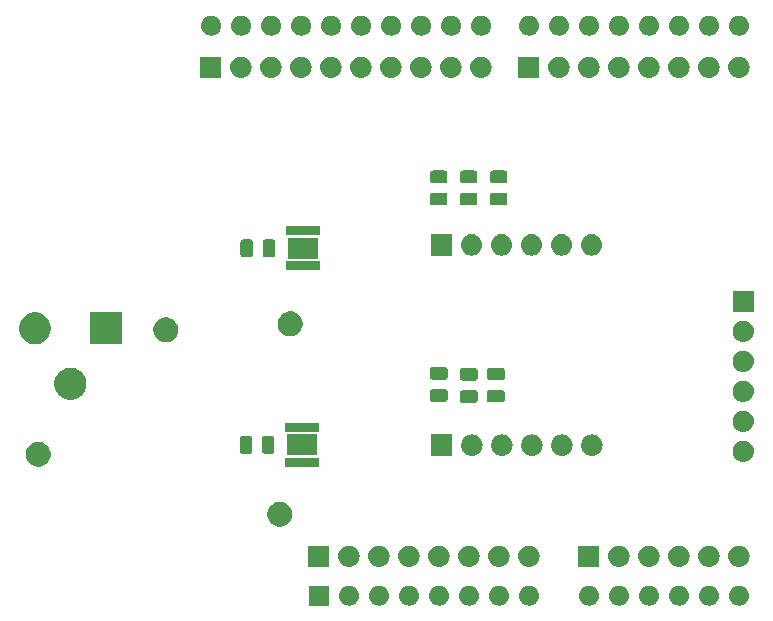
<source format=gts>
G04 #@! TF.GenerationSoftware,KiCad,Pcbnew,(5.1.4-0-10_14)*
G04 #@! TF.CreationDate,2020-01-20T11:10:59-05:00*
G04 #@! TF.ProjectId,motor_controller,6d6f746f-725f-4636-9f6e-74726f6c6c65,rev?*
G04 #@! TF.SameCoordinates,Original*
G04 #@! TF.FileFunction,Soldermask,Top*
G04 #@! TF.FilePolarity,Negative*
%FSLAX46Y46*%
G04 Gerber Fmt 4.6, Leading zero omitted, Abs format (unit mm)*
G04 Created by KiCad (PCBNEW (5.1.4-0-10_14)) date 2020-01-20 11:10:59*
%MOMM*%
%LPD*%
G04 APERTURE LIST*
%ADD10C,0.100000*%
G04 APERTURE END LIST*
D10*
G36*
X185099783Y-110180511D02*
G01*
X185099786Y-110180512D01*
X185099787Y-110180512D01*
X185166015Y-110200602D01*
X185260164Y-110229162D01*
X185334065Y-110268663D01*
X185407967Y-110308164D01*
X185537518Y-110414484D01*
X185643838Y-110544035D01*
X185683339Y-110617937D01*
X185722840Y-110691838D01*
X185771491Y-110852219D01*
X185787918Y-111019001D01*
X185771491Y-111185783D01*
X185722840Y-111346164D01*
X185683339Y-111420065D01*
X185643838Y-111493967D01*
X185537518Y-111623518D01*
X185407967Y-111729838D01*
X185334065Y-111769339D01*
X185260164Y-111808840D01*
X185166015Y-111837400D01*
X185099787Y-111857490D01*
X185099786Y-111857490D01*
X185099783Y-111857491D01*
X184974797Y-111869801D01*
X184891205Y-111869801D01*
X184766219Y-111857491D01*
X184766216Y-111857490D01*
X184766215Y-111857490D01*
X184699987Y-111837400D01*
X184605838Y-111808840D01*
X184531937Y-111769339D01*
X184458035Y-111729838D01*
X184328484Y-111623518D01*
X184222164Y-111493967D01*
X184182663Y-111420065D01*
X184143162Y-111346164D01*
X184094511Y-111185783D01*
X184078084Y-111019001D01*
X184094511Y-110852219D01*
X184143162Y-110691838D01*
X184182663Y-110617937D01*
X184222164Y-110544035D01*
X184328484Y-110414484D01*
X184458035Y-110308164D01*
X184531937Y-110268663D01*
X184605838Y-110229162D01*
X184699987Y-110200602D01*
X184766215Y-110180512D01*
X184766216Y-110180512D01*
X184766219Y-110180511D01*
X184891205Y-110168201D01*
X184974797Y-110168201D01*
X185099783Y-110180511D01*
X185099783Y-110180511D01*
G37*
G36*
X182559783Y-110180511D02*
G01*
X182559786Y-110180512D01*
X182559787Y-110180512D01*
X182626015Y-110200602D01*
X182720164Y-110229162D01*
X182794065Y-110268663D01*
X182867967Y-110308164D01*
X182997518Y-110414484D01*
X183103838Y-110544035D01*
X183143339Y-110617937D01*
X183182840Y-110691838D01*
X183231491Y-110852219D01*
X183247918Y-111019001D01*
X183231491Y-111185783D01*
X183182840Y-111346164D01*
X183143339Y-111420065D01*
X183103838Y-111493967D01*
X182997518Y-111623518D01*
X182867967Y-111729838D01*
X182794065Y-111769339D01*
X182720164Y-111808840D01*
X182626015Y-111837400D01*
X182559787Y-111857490D01*
X182559786Y-111857490D01*
X182559783Y-111857491D01*
X182434797Y-111869801D01*
X182351205Y-111869801D01*
X182226219Y-111857491D01*
X182226216Y-111857490D01*
X182226215Y-111857490D01*
X182159987Y-111837400D01*
X182065838Y-111808840D01*
X181991937Y-111769339D01*
X181918035Y-111729838D01*
X181788484Y-111623518D01*
X181682164Y-111493967D01*
X181642663Y-111420065D01*
X181603162Y-111346164D01*
X181554511Y-111185783D01*
X181538084Y-111019001D01*
X181554511Y-110852219D01*
X181603162Y-110691838D01*
X181642663Y-110617937D01*
X181682164Y-110544035D01*
X181788484Y-110414484D01*
X181918035Y-110308164D01*
X181991937Y-110268663D01*
X182065838Y-110229162D01*
X182159987Y-110200602D01*
X182226215Y-110180512D01*
X182226216Y-110180512D01*
X182226219Y-110180511D01*
X182351205Y-110168201D01*
X182434797Y-110168201D01*
X182559783Y-110180511D01*
X182559783Y-110180511D01*
G37*
G36*
X180019783Y-110180511D02*
G01*
X180019786Y-110180512D01*
X180019787Y-110180512D01*
X180086015Y-110200602D01*
X180180164Y-110229162D01*
X180254065Y-110268663D01*
X180327967Y-110308164D01*
X180457518Y-110414484D01*
X180563838Y-110544035D01*
X180603339Y-110617937D01*
X180642840Y-110691838D01*
X180691491Y-110852219D01*
X180707918Y-111019001D01*
X180691491Y-111185783D01*
X180642840Y-111346164D01*
X180603339Y-111420065D01*
X180563838Y-111493967D01*
X180457518Y-111623518D01*
X180327967Y-111729838D01*
X180254065Y-111769339D01*
X180180164Y-111808840D01*
X180086015Y-111837400D01*
X180019787Y-111857490D01*
X180019786Y-111857490D01*
X180019783Y-111857491D01*
X179894797Y-111869801D01*
X179811205Y-111869801D01*
X179686219Y-111857491D01*
X179686216Y-111857490D01*
X179686215Y-111857490D01*
X179619987Y-111837400D01*
X179525838Y-111808840D01*
X179451937Y-111769339D01*
X179378035Y-111729838D01*
X179248484Y-111623518D01*
X179142164Y-111493967D01*
X179102663Y-111420065D01*
X179063162Y-111346164D01*
X179014511Y-111185783D01*
X178998084Y-111019001D01*
X179014511Y-110852219D01*
X179063162Y-110691838D01*
X179102663Y-110617937D01*
X179142164Y-110544035D01*
X179248484Y-110414484D01*
X179378035Y-110308164D01*
X179451937Y-110268663D01*
X179525838Y-110229162D01*
X179619987Y-110200602D01*
X179686215Y-110180512D01*
X179686216Y-110180512D01*
X179686219Y-110180511D01*
X179811205Y-110168201D01*
X179894797Y-110168201D01*
X180019783Y-110180511D01*
X180019783Y-110180511D01*
G37*
G36*
X177479783Y-110180511D02*
G01*
X177479786Y-110180512D01*
X177479787Y-110180512D01*
X177546015Y-110200602D01*
X177640164Y-110229162D01*
X177714065Y-110268663D01*
X177787967Y-110308164D01*
X177917518Y-110414484D01*
X178023838Y-110544035D01*
X178063339Y-110617937D01*
X178102840Y-110691838D01*
X178151491Y-110852219D01*
X178167918Y-111019001D01*
X178151491Y-111185783D01*
X178102840Y-111346164D01*
X178063339Y-111420065D01*
X178023838Y-111493967D01*
X177917518Y-111623518D01*
X177787967Y-111729838D01*
X177714065Y-111769339D01*
X177640164Y-111808840D01*
X177546015Y-111837400D01*
X177479787Y-111857490D01*
X177479786Y-111857490D01*
X177479783Y-111857491D01*
X177354797Y-111869801D01*
X177271205Y-111869801D01*
X177146219Y-111857491D01*
X177146216Y-111857490D01*
X177146215Y-111857490D01*
X177079987Y-111837400D01*
X176985838Y-111808840D01*
X176911937Y-111769339D01*
X176838035Y-111729838D01*
X176708484Y-111623518D01*
X176602164Y-111493967D01*
X176562663Y-111420065D01*
X176523162Y-111346164D01*
X176474511Y-111185783D01*
X176458084Y-111019001D01*
X176474511Y-110852219D01*
X176523162Y-110691838D01*
X176562663Y-110617937D01*
X176602164Y-110544035D01*
X176708484Y-110414484D01*
X176838035Y-110308164D01*
X176911937Y-110268663D01*
X176985838Y-110229162D01*
X177079987Y-110200602D01*
X177146215Y-110180512D01*
X177146216Y-110180512D01*
X177146219Y-110180511D01*
X177271205Y-110168201D01*
X177354797Y-110168201D01*
X177479783Y-110180511D01*
X177479783Y-110180511D01*
G37*
G36*
X174939783Y-110180511D02*
G01*
X174939786Y-110180512D01*
X174939787Y-110180512D01*
X175006015Y-110200602D01*
X175100164Y-110229162D01*
X175174065Y-110268663D01*
X175247967Y-110308164D01*
X175377518Y-110414484D01*
X175483838Y-110544035D01*
X175523339Y-110617937D01*
X175562840Y-110691838D01*
X175611491Y-110852219D01*
X175627918Y-111019001D01*
X175611491Y-111185783D01*
X175562840Y-111346164D01*
X175523339Y-111420065D01*
X175483838Y-111493967D01*
X175377518Y-111623518D01*
X175247967Y-111729838D01*
X175174065Y-111769339D01*
X175100164Y-111808840D01*
X175006015Y-111837400D01*
X174939787Y-111857490D01*
X174939786Y-111857490D01*
X174939783Y-111857491D01*
X174814797Y-111869801D01*
X174731205Y-111869801D01*
X174606219Y-111857491D01*
X174606216Y-111857490D01*
X174606215Y-111857490D01*
X174539987Y-111837400D01*
X174445838Y-111808840D01*
X174371937Y-111769339D01*
X174298035Y-111729838D01*
X174168484Y-111623518D01*
X174062164Y-111493967D01*
X174022663Y-111420065D01*
X173983162Y-111346164D01*
X173934511Y-111185783D01*
X173918084Y-111019001D01*
X173934511Y-110852219D01*
X173983162Y-110691838D01*
X174022663Y-110617937D01*
X174062164Y-110544035D01*
X174168484Y-110414484D01*
X174298035Y-110308164D01*
X174371937Y-110268663D01*
X174445838Y-110229162D01*
X174539987Y-110200602D01*
X174606215Y-110180512D01*
X174606216Y-110180512D01*
X174606219Y-110180511D01*
X174731205Y-110168201D01*
X174814797Y-110168201D01*
X174939783Y-110180511D01*
X174939783Y-110180511D01*
G37*
G36*
X172399783Y-110180511D02*
G01*
X172399786Y-110180512D01*
X172399787Y-110180512D01*
X172466015Y-110200602D01*
X172560164Y-110229162D01*
X172634065Y-110268663D01*
X172707967Y-110308164D01*
X172837518Y-110414484D01*
X172943838Y-110544035D01*
X172983339Y-110617937D01*
X173022840Y-110691838D01*
X173071491Y-110852219D01*
X173087918Y-111019001D01*
X173071491Y-111185783D01*
X173022840Y-111346164D01*
X172983339Y-111420065D01*
X172943838Y-111493967D01*
X172837518Y-111623518D01*
X172707967Y-111729838D01*
X172634065Y-111769339D01*
X172560164Y-111808840D01*
X172466015Y-111837400D01*
X172399787Y-111857490D01*
X172399786Y-111857490D01*
X172399783Y-111857491D01*
X172274797Y-111869801D01*
X172191205Y-111869801D01*
X172066219Y-111857491D01*
X172066216Y-111857490D01*
X172066215Y-111857490D01*
X171999987Y-111837400D01*
X171905838Y-111808840D01*
X171831937Y-111769339D01*
X171758035Y-111729838D01*
X171628484Y-111623518D01*
X171522164Y-111493967D01*
X171482663Y-111420065D01*
X171443162Y-111346164D01*
X171394511Y-111185783D01*
X171378084Y-111019001D01*
X171394511Y-110852219D01*
X171443162Y-110691838D01*
X171482663Y-110617937D01*
X171522164Y-110544035D01*
X171628484Y-110414484D01*
X171758035Y-110308164D01*
X171831937Y-110268663D01*
X171905838Y-110229162D01*
X171999987Y-110200602D01*
X172066215Y-110180512D01*
X172066216Y-110180512D01*
X172066219Y-110180511D01*
X172191205Y-110168201D01*
X172274797Y-110168201D01*
X172399783Y-110180511D01*
X172399783Y-110180511D01*
G37*
G36*
X167319783Y-110180511D02*
G01*
X167319786Y-110180512D01*
X167319787Y-110180512D01*
X167386015Y-110200602D01*
X167480164Y-110229162D01*
X167554065Y-110268663D01*
X167627967Y-110308164D01*
X167757518Y-110414484D01*
X167863838Y-110544035D01*
X167903339Y-110617937D01*
X167942840Y-110691838D01*
X167991491Y-110852219D01*
X168007918Y-111019001D01*
X167991491Y-111185783D01*
X167942840Y-111346164D01*
X167903339Y-111420065D01*
X167863838Y-111493967D01*
X167757518Y-111623518D01*
X167627967Y-111729838D01*
X167554065Y-111769339D01*
X167480164Y-111808840D01*
X167386015Y-111837400D01*
X167319787Y-111857490D01*
X167319786Y-111857490D01*
X167319783Y-111857491D01*
X167194797Y-111869801D01*
X167111205Y-111869801D01*
X166986219Y-111857491D01*
X166986216Y-111857490D01*
X166986215Y-111857490D01*
X166919987Y-111837400D01*
X166825838Y-111808840D01*
X166751937Y-111769339D01*
X166678035Y-111729838D01*
X166548484Y-111623518D01*
X166442164Y-111493967D01*
X166402663Y-111420065D01*
X166363162Y-111346164D01*
X166314511Y-111185783D01*
X166298084Y-111019001D01*
X166314511Y-110852219D01*
X166363162Y-110691838D01*
X166402663Y-110617937D01*
X166442164Y-110544035D01*
X166548484Y-110414484D01*
X166678035Y-110308164D01*
X166751937Y-110268663D01*
X166825838Y-110229162D01*
X166919987Y-110200602D01*
X166986215Y-110180512D01*
X166986216Y-110180512D01*
X166986219Y-110180511D01*
X167111205Y-110168201D01*
X167194797Y-110168201D01*
X167319783Y-110180511D01*
X167319783Y-110180511D01*
G37*
G36*
X164779783Y-110180511D02*
G01*
X164779786Y-110180512D01*
X164779787Y-110180512D01*
X164846015Y-110200602D01*
X164940164Y-110229162D01*
X165014065Y-110268663D01*
X165087967Y-110308164D01*
X165217518Y-110414484D01*
X165323838Y-110544035D01*
X165363339Y-110617937D01*
X165402840Y-110691838D01*
X165451491Y-110852219D01*
X165467918Y-111019001D01*
X165451491Y-111185783D01*
X165402840Y-111346164D01*
X165363339Y-111420065D01*
X165323838Y-111493967D01*
X165217518Y-111623518D01*
X165087967Y-111729838D01*
X165014065Y-111769339D01*
X164940164Y-111808840D01*
X164846015Y-111837400D01*
X164779787Y-111857490D01*
X164779786Y-111857490D01*
X164779783Y-111857491D01*
X164654797Y-111869801D01*
X164571205Y-111869801D01*
X164446219Y-111857491D01*
X164446216Y-111857490D01*
X164446215Y-111857490D01*
X164379987Y-111837400D01*
X164285838Y-111808840D01*
X164211937Y-111769339D01*
X164138035Y-111729838D01*
X164008484Y-111623518D01*
X163902164Y-111493967D01*
X163862663Y-111420065D01*
X163823162Y-111346164D01*
X163774511Y-111185783D01*
X163758084Y-111019001D01*
X163774511Y-110852219D01*
X163823162Y-110691838D01*
X163862663Y-110617937D01*
X163902164Y-110544035D01*
X164008484Y-110414484D01*
X164138035Y-110308164D01*
X164211937Y-110268663D01*
X164285838Y-110229162D01*
X164379987Y-110200602D01*
X164446215Y-110180512D01*
X164446216Y-110180512D01*
X164446219Y-110180511D01*
X164571205Y-110168201D01*
X164654797Y-110168201D01*
X164779783Y-110180511D01*
X164779783Y-110180511D01*
G37*
G36*
X162239783Y-110180511D02*
G01*
X162239786Y-110180512D01*
X162239787Y-110180512D01*
X162306015Y-110200602D01*
X162400164Y-110229162D01*
X162474065Y-110268663D01*
X162547967Y-110308164D01*
X162677518Y-110414484D01*
X162783838Y-110544035D01*
X162823339Y-110617937D01*
X162862840Y-110691838D01*
X162911491Y-110852219D01*
X162927918Y-111019001D01*
X162911491Y-111185783D01*
X162862840Y-111346164D01*
X162823339Y-111420065D01*
X162783838Y-111493967D01*
X162677518Y-111623518D01*
X162547967Y-111729838D01*
X162474065Y-111769339D01*
X162400164Y-111808840D01*
X162306015Y-111837400D01*
X162239787Y-111857490D01*
X162239786Y-111857490D01*
X162239783Y-111857491D01*
X162114797Y-111869801D01*
X162031205Y-111869801D01*
X161906219Y-111857491D01*
X161906216Y-111857490D01*
X161906215Y-111857490D01*
X161839987Y-111837400D01*
X161745838Y-111808840D01*
X161671937Y-111769339D01*
X161598035Y-111729838D01*
X161468484Y-111623518D01*
X161362164Y-111493967D01*
X161322663Y-111420065D01*
X161283162Y-111346164D01*
X161234511Y-111185783D01*
X161218084Y-111019001D01*
X161234511Y-110852219D01*
X161283162Y-110691838D01*
X161322663Y-110617937D01*
X161362164Y-110544035D01*
X161468484Y-110414484D01*
X161598035Y-110308164D01*
X161671937Y-110268663D01*
X161745838Y-110229162D01*
X161839987Y-110200602D01*
X161906215Y-110180512D01*
X161906216Y-110180512D01*
X161906219Y-110180511D01*
X162031205Y-110168201D01*
X162114797Y-110168201D01*
X162239783Y-110180511D01*
X162239783Y-110180511D01*
G37*
G36*
X159699783Y-110180511D02*
G01*
X159699786Y-110180512D01*
X159699787Y-110180512D01*
X159766015Y-110200602D01*
X159860164Y-110229162D01*
X159934065Y-110268663D01*
X160007967Y-110308164D01*
X160137518Y-110414484D01*
X160243838Y-110544035D01*
X160283339Y-110617937D01*
X160322840Y-110691838D01*
X160371491Y-110852219D01*
X160387918Y-111019001D01*
X160371491Y-111185783D01*
X160322840Y-111346164D01*
X160283339Y-111420065D01*
X160243838Y-111493967D01*
X160137518Y-111623518D01*
X160007967Y-111729838D01*
X159934065Y-111769339D01*
X159860164Y-111808840D01*
X159766015Y-111837400D01*
X159699787Y-111857490D01*
X159699786Y-111857490D01*
X159699783Y-111857491D01*
X159574797Y-111869801D01*
X159491205Y-111869801D01*
X159366219Y-111857491D01*
X159366216Y-111857490D01*
X159366215Y-111857490D01*
X159299987Y-111837400D01*
X159205838Y-111808840D01*
X159131937Y-111769339D01*
X159058035Y-111729838D01*
X158928484Y-111623518D01*
X158822164Y-111493967D01*
X158782663Y-111420065D01*
X158743162Y-111346164D01*
X158694511Y-111185783D01*
X158678084Y-111019001D01*
X158694511Y-110852219D01*
X158743162Y-110691838D01*
X158782663Y-110617937D01*
X158822164Y-110544035D01*
X158928484Y-110414484D01*
X159058035Y-110308164D01*
X159131937Y-110268663D01*
X159205838Y-110229162D01*
X159299987Y-110200602D01*
X159366215Y-110180512D01*
X159366216Y-110180512D01*
X159366219Y-110180511D01*
X159491205Y-110168201D01*
X159574797Y-110168201D01*
X159699783Y-110180511D01*
X159699783Y-110180511D01*
G37*
G36*
X157159783Y-110180511D02*
G01*
X157159786Y-110180512D01*
X157159787Y-110180512D01*
X157226015Y-110200602D01*
X157320164Y-110229162D01*
X157394065Y-110268663D01*
X157467967Y-110308164D01*
X157597518Y-110414484D01*
X157703838Y-110544035D01*
X157743339Y-110617937D01*
X157782840Y-110691838D01*
X157831491Y-110852219D01*
X157847918Y-111019001D01*
X157831491Y-111185783D01*
X157782840Y-111346164D01*
X157743339Y-111420065D01*
X157703838Y-111493967D01*
X157597518Y-111623518D01*
X157467967Y-111729838D01*
X157394065Y-111769339D01*
X157320164Y-111808840D01*
X157226015Y-111837400D01*
X157159787Y-111857490D01*
X157159786Y-111857490D01*
X157159783Y-111857491D01*
X157034797Y-111869801D01*
X156951205Y-111869801D01*
X156826219Y-111857491D01*
X156826216Y-111857490D01*
X156826215Y-111857490D01*
X156759987Y-111837400D01*
X156665838Y-111808840D01*
X156591937Y-111769339D01*
X156518035Y-111729838D01*
X156388484Y-111623518D01*
X156282164Y-111493967D01*
X156242663Y-111420065D01*
X156203162Y-111346164D01*
X156154511Y-111185783D01*
X156138084Y-111019001D01*
X156154511Y-110852219D01*
X156203162Y-110691838D01*
X156242663Y-110617937D01*
X156282164Y-110544035D01*
X156388484Y-110414484D01*
X156518035Y-110308164D01*
X156591937Y-110268663D01*
X156665838Y-110229162D01*
X156759987Y-110200602D01*
X156826215Y-110180512D01*
X156826216Y-110180512D01*
X156826219Y-110180511D01*
X156951205Y-110168201D01*
X157034797Y-110168201D01*
X157159783Y-110180511D01*
X157159783Y-110180511D01*
G37*
G36*
X154619783Y-110180511D02*
G01*
X154619786Y-110180512D01*
X154619787Y-110180512D01*
X154686015Y-110200602D01*
X154780164Y-110229162D01*
X154854065Y-110268663D01*
X154927967Y-110308164D01*
X155057518Y-110414484D01*
X155163838Y-110544035D01*
X155203339Y-110617937D01*
X155242840Y-110691838D01*
X155291491Y-110852219D01*
X155307918Y-111019001D01*
X155291491Y-111185783D01*
X155242840Y-111346164D01*
X155203339Y-111420065D01*
X155163838Y-111493967D01*
X155057518Y-111623518D01*
X154927967Y-111729838D01*
X154854065Y-111769339D01*
X154780164Y-111808840D01*
X154686015Y-111837400D01*
X154619787Y-111857490D01*
X154619786Y-111857490D01*
X154619783Y-111857491D01*
X154494797Y-111869801D01*
X154411205Y-111869801D01*
X154286219Y-111857491D01*
X154286216Y-111857490D01*
X154286215Y-111857490D01*
X154219987Y-111837400D01*
X154125838Y-111808840D01*
X154051937Y-111769339D01*
X153978035Y-111729838D01*
X153848484Y-111623518D01*
X153742164Y-111493967D01*
X153702663Y-111420065D01*
X153663162Y-111346164D01*
X153614511Y-111185783D01*
X153598084Y-111019001D01*
X153614511Y-110852219D01*
X153663162Y-110691838D01*
X153702663Y-110617937D01*
X153742164Y-110544035D01*
X153848484Y-110414484D01*
X153978035Y-110308164D01*
X154051937Y-110268663D01*
X154125838Y-110229162D01*
X154219987Y-110200602D01*
X154286215Y-110180512D01*
X154286216Y-110180512D01*
X154286219Y-110180511D01*
X154411205Y-110168201D01*
X154494797Y-110168201D01*
X154619783Y-110180511D01*
X154619783Y-110180511D01*
G37*
G36*
X152079783Y-110180511D02*
G01*
X152079786Y-110180512D01*
X152079787Y-110180512D01*
X152146015Y-110200602D01*
X152240164Y-110229162D01*
X152314065Y-110268663D01*
X152387967Y-110308164D01*
X152517518Y-110414484D01*
X152623838Y-110544035D01*
X152663339Y-110617937D01*
X152702840Y-110691838D01*
X152751491Y-110852219D01*
X152767918Y-111019001D01*
X152751491Y-111185783D01*
X152702840Y-111346164D01*
X152663339Y-111420065D01*
X152623838Y-111493967D01*
X152517518Y-111623518D01*
X152387967Y-111729838D01*
X152314065Y-111769339D01*
X152240164Y-111808840D01*
X152146015Y-111837400D01*
X152079787Y-111857490D01*
X152079786Y-111857490D01*
X152079783Y-111857491D01*
X151954797Y-111869801D01*
X151871205Y-111869801D01*
X151746219Y-111857491D01*
X151746216Y-111857490D01*
X151746215Y-111857490D01*
X151679987Y-111837400D01*
X151585838Y-111808840D01*
X151511937Y-111769339D01*
X151438035Y-111729838D01*
X151308484Y-111623518D01*
X151202164Y-111493967D01*
X151162663Y-111420065D01*
X151123162Y-111346164D01*
X151074511Y-111185783D01*
X151058084Y-111019001D01*
X151074511Y-110852219D01*
X151123162Y-110691838D01*
X151162663Y-110617937D01*
X151202164Y-110544035D01*
X151308484Y-110414484D01*
X151438035Y-110308164D01*
X151511937Y-110268663D01*
X151585838Y-110229162D01*
X151679987Y-110200602D01*
X151746215Y-110180512D01*
X151746216Y-110180512D01*
X151746219Y-110180511D01*
X151871205Y-110168201D01*
X151954797Y-110168201D01*
X152079783Y-110180511D01*
X152079783Y-110180511D01*
G37*
G36*
X150223801Y-111869801D02*
G01*
X148522201Y-111869801D01*
X148522201Y-110168201D01*
X150223801Y-110168201D01*
X150223801Y-111869801D01*
X150223801Y-111869801D01*
G37*
G36*
X150252800Y-108596800D02*
G01*
X148451200Y-108596800D01*
X148451200Y-106795200D01*
X150252800Y-106795200D01*
X150252800Y-108596800D01*
X150252800Y-108596800D01*
G37*
G36*
X182548584Y-106808233D02*
G01*
X182548587Y-106808234D01*
X182548588Y-106808234D01*
X182718389Y-106859743D01*
X182765861Y-106885117D01*
X182874881Y-106943389D01*
X183012044Y-107055956D01*
X183124611Y-107193119D01*
X183182883Y-107302139D01*
X183208257Y-107349611D01*
X183259766Y-107519412D01*
X183259767Y-107519416D01*
X183277159Y-107696000D01*
X183259767Y-107872584D01*
X183259766Y-107872587D01*
X183259766Y-107872588D01*
X183208257Y-108042389D01*
X183208256Y-108042390D01*
X183124611Y-108198881D01*
X183012044Y-108336044D01*
X182874881Y-108448611D01*
X182765861Y-108506883D01*
X182718389Y-108532257D01*
X182548588Y-108583766D01*
X182548587Y-108583766D01*
X182548584Y-108583767D01*
X182416255Y-108596800D01*
X182327745Y-108596800D01*
X182195416Y-108583767D01*
X182195413Y-108583766D01*
X182195412Y-108583766D01*
X182025611Y-108532257D01*
X181978139Y-108506883D01*
X181869119Y-108448611D01*
X181731956Y-108336044D01*
X181619389Y-108198881D01*
X181535744Y-108042390D01*
X181535743Y-108042389D01*
X181484234Y-107872588D01*
X181484234Y-107872587D01*
X181484233Y-107872584D01*
X181466841Y-107696000D01*
X181484233Y-107519416D01*
X181484234Y-107519412D01*
X181535743Y-107349611D01*
X181561117Y-107302139D01*
X181619389Y-107193119D01*
X181731956Y-107055956D01*
X181869119Y-106943389D01*
X181978139Y-106885117D01*
X182025611Y-106859743D01*
X182195412Y-106808234D01*
X182195413Y-106808234D01*
X182195416Y-106808233D01*
X182327745Y-106795200D01*
X182416255Y-106795200D01*
X182548584Y-106808233D01*
X182548584Y-106808233D01*
G37*
G36*
X180008584Y-106808233D02*
G01*
X180008587Y-106808234D01*
X180008588Y-106808234D01*
X180178389Y-106859743D01*
X180225861Y-106885117D01*
X180334881Y-106943389D01*
X180472044Y-107055956D01*
X180584611Y-107193119D01*
X180642883Y-107302139D01*
X180668257Y-107349611D01*
X180719766Y-107519412D01*
X180719767Y-107519416D01*
X180737159Y-107696000D01*
X180719767Y-107872584D01*
X180719766Y-107872587D01*
X180719766Y-107872588D01*
X180668257Y-108042389D01*
X180668256Y-108042390D01*
X180584611Y-108198881D01*
X180472044Y-108336044D01*
X180334881Y-108448611D01*
X180225861Y-108506883D01*
X180178389Y-108532257D01*
X180008588Y-108583766D01*
X180008587Y-108583766D01*
X180008584Y-108583767D01*
X179876255Y-108596800D01*
X179787745Y-108596800D01*
X179655416Y-108583767D01*
X179655413Y-108583766D01*
X179655412Y-108583766D01*
X179485611Y-108532257D01*
X179438139Y-108506883D01*
X179329119Y-108448611D01*
X179191956Y-108336044D01*
X179079389Y-108198881D01*
X178995744Y-108042390D01*
X178995743Y-108042389D01*
X178944234Y-107872588D01*
X178944234Y-107872587D01*
X178944233Y-107872584D01*
X178926841Y-107696000D01*
X178944233Y-107519416D01*
X178944234Y-107519412D01*
X178995743Y-107349611D01*
X179021117Y-107302139D01*
X179079389Y-107193119D01*
X179191956Y-107055956D01*
X179329119Y-106943389D01*
X179438139Y-106885117D01*
X179485611Y-106859743D01*
X179655412Y-106808234D01*
X179655413Y-106808234D01*
X179655416Y-106808233D01*
X179787745Y-106795200D01*
X179876255Y-106795200D01*
X180008584Y-106808233D01*
X180008584Y-106808233D01*
G37*
G36*
X177468584Y-106808233D02*
G01*
X177468587Y-106808234D01*
X177468588Y-106808234D01*
X177638389Y-106859743D01*
X177685861Y-106885117D01*
X177794881Y-106943389D01*
X177932044Y-107055956D01*
X178044611Y-107193119D01*
X178102883Y-107302139D01*
X178128257Y-107349611D01*
X178179766Y-107519412D01*
X178179767Y-107519416D01*
X178197159Y-107696000D01*
X178179767Y-107872584D01*
X178179766Y-107872587D01*
X178179766Y-107872588D01*
X178128257Y-108042389D01*
X178128256Y-108042390D01*
X178044611Y-108198881D01*
X177932044Y-108336044D01*
X177794881Y-108448611D01*
X177685861Y-108506883D01*
X177638389Y-108532257D01*
X177468588Y-108583766D01*
X177468587Y-108583766D01*
X177468584Y-108583767D01*
X177336255Y-108596800D01*
X177247745Y-108596800D01*
X177115416Y-108583767D01*
X177115413Y-108583766D01*
X177115412Y-108583766D01*
X176945611Y-108532257D01*
X176898139Y-108506883D01*
X176789119Y-108448611D01*
X176651956Y-108336044D01*
X176539389Y-108198881D01*
X176455744Y-108042390D01*
X176455743Y-108042389D01*
X176404234Y-107872588D01*
X176404234Y-107872587D01*
X176404233Y-107872584D01*
X176386841Y-107696000D01*
X176404233Y-107519416D01*
X176404234Y-107519412D01*
X176455743Y-107349611D01*
X176481117Y-107302139D01*
X176539389Y-107193119D01*
X176651956Y-107055956D01*
X176789119Y-106943389D01*
X176898139Y-106885117D01*
X176945611Y-106859743D01*
X177115412Y-106808234D01*
X177115413Y-106808234D01*
X177115416Y-106808233D01*
X177247745Y-106795200D01*
X177336255Y-106795200D01*
X177468584Y-106808233D01*
X177468584Y-106808233D01*
G37*
G36*
X174928584Y-106808233D02*
G01*
X174928587Y-106808234D01*
X174928588Y-106808234D01*
X175098389Y-106859743D01*
X175145861Y-106885117D01*
X175254881Y-106943389D01*
X175392044Y-107055956D01*
X175504611Y-107193119D01*
X175562883Y-107302139D01*
X175588257Y-107349611D01*
X175639766Y-107519412D01*
X175639767Y-107519416D01*
X175657159Y-107696000D01*
X175639767Y-107872584D01*
X175639766Y-107872587D01*
X175639766Y-107872588D01*
X175588257Y-108042389D01*
X175588256Y-108042390D01*
X175504611Y-108198881D01*
X175392044Y-108336044D01*
X175254881Y-108448611D01*
X175145861Y-108506883D01*
X175098389Y-108532257D01*
X174928588Y-108583766D01*
X174928587Y-108583766D01*
X174928584Y-108583767D01*
X174796255Y-108596800D01*
X174707745Y-108596800D01*
X174575416Y-108583767D01*
X174575413Y-108583766D01*
X174575412Y-108583766D01*
X174405611Y-108532257D01*
X174358139Y-108506883D01*
X174249119Y-108448611D01*
X174111956Y-108336044D01*
X173999389Y-108198881D01*
X173915744Y-108042390D01*
X173915743Y-108042389D01*
X173864234Y-107872588D01*
X173864234Y-107872587D01*
X173864233Y-107872584D01*
X173846841Y-107696000D01*
X173864233Y-107519416D01*
X173864234Y-107519412D01*
X173915743Y-107349611D01*
X173941117Y-107302139D01*
X173999389Y-107193119D01*
X174111956Y-107055956D01*
X174249119Y-106943389D01*
X174358139Y-106885117D01*
X174405611Y-106859743D01*
X174575412Y-106808234D01*
X174575413Y-106808234D01*
X174575416Y-106808233D01*
X174707745Y-106795200D01*
X174796255Y-106795200D01*
X174928584Y-106808233D01*
X174928584Y-106808233D01*
G37*
G36*
X173112800Y-108596800D02*
G01*
X171311200Y-108596800D01*
X171311200Y-106795200D01*
X173112800Y-106795200D01*
X173112800Y-108596800D01*
X173112800Y-108596800D01*
G37*
G36*
X167308584Y-106808233D02*
G01*
X167308587Y-106808234D01*
X167308588Y-106808234D01*
X167478389Y-106859743D01*
X167525861Y-106885117D01*
X167634881Y-106943389D01*
X167772044Y-107055956D01*
X167884611Y-107193119D01*
X167942883Y-107302139D01*
X167968257Y-107349611D01*
X168019766Y-107519412D01*
X168019767Y-107519416D01*
X168037159Y-107696000D01*
X168019767Y-107872584D01*
X168019766Y-107872587D01*
X168019766Y-107872588D01*
X167968257Y-108042389D01*
X167968256Y-108042390D01*
X167884611Y-108198881D01*
X167772044Y-108336044D01*
X167634881Y-108448611D01*
X167525861Y-108506883D01*
X167478389Y-108532257D01*
X167308588Y-108583766D01*
X167308587Y-108583766D01*
X167308584Y-108583767D01*
X167176255Y-108596800D01*
X167087745Y-108596800D01*
X166955416Y-108583767D01*
X166955413Y-108583766D01*
X166955412Y-108583766D01*
X166785611Y-108532257D01*
X166738139Y-108506883D01*
X166629119Y-108448611D01*
X166491956Y-108336044D01*
X166379389Y-108198881D01*
X166295744Y-108042390D01*
X166295743Y-108042389D01*
X166244234Y-107872588D01*
X166244234Y-107872587D01*
X166244233Y-107872584D01*
X166226841Y-107696000D01*
X166244233Y-107519416D01*
X166244234Y-107519412D01*
X166295743Y-107349611D01*
X166321117Y-107302139D01*
X166379389Y-107193119D01*
X166491956Y-107055956D01*
X166629119Y-106943389D01*
X166738139Y-106885117D01*
X166785611Y-106859743D01*
X166955412Y-106808234D01*
X166955413Y-106808234D01*
X166955416Y-106808233D01*
X167087745Y-106795200D01*
X167176255Y-106795200D01*
X167308584Y-106808233D01*
X167308584Y-106808233D01*
G37*
G36*
X164768584Y-106808233D02*
G01*
X164768587Y-106808234D01*
X164768588Y-106808234D01*
X164938389Y-106859743D01*
X164985861Y-106885117D01*
X165094881Y-106943389D01*
X165232044Y-107055956D01*
X165344611Y-107193119D01*
X165402883Y-107302139D01*
X165428257Y-107349611D01*
X165479766Y-107519412D01*
X165479767Y-107519416D01*
X165497159Y-107696000D01*
X165479767Y-107872584D01*
X165479766Y-107872587D01*
X165479766Y-107872588D01*
X165428257Y-108042389D01*
X165428256Y-108042390D01*
X165344611Y-108198881D01*
X165232044Y-108336044D01*
X165094881Y-108448611D01*
X164985861Y-108506883D01*
X164938389Y-108532257D01*
X164768588Y-108583766D01*
X164768587Y-108583766D01*
X164768584Y-108583767D01*
X164636255Y-108596800D01*
X164547745Y-108596800D01*
X164415416Y-108583767D01*
X164415413Y-108583766D01*
X164415412Y-108583766D01*
X164245611Y-108532257D01*
X164198139Y-108506883D01*
X164089119Y-108448611D01*
X163951956Y-108336044D01*
X163839389Y-108198881D01*
X163755744Y-108042390D01*
X163755743Y-108042389D01*
X163704234Y-107872588D01*
X163704234Y-107872587D01*
X163704233Y-107872584D01*
X163686841Y-107696000D01*
X163704233Y-107519416D01*
X163704234Y-107519412D01*
X163755743Y-107349611D01*
X163781117Y-107302139D01*
X163839389Y-107193119D01*
X163951956Y-107055956D01*
X164089119Y-106943389D01*
X164198139Y-106885117D01*
X164245611Y-106859743D01*
X164415412Y-106808234D01*
X164415413Y-106808234D01*
X164415416Y-106808233D01*
X164547745Y-106795200D01*
X164636255Y-106795200D01*
X164768584Y-106808233D01*
X164768584Y-106808233D01*
G37*
G36*
X162228584Y-106808233D02*
G01*
X162228587Y-106808234D01*
X162228588Y-106808234D01*
X162398389Y-106859743D01*
X162445861Y-106885117D01*
X162554881Y-106943389D01*
X162692044Y-107055956D01*
X162804611Y-107193119D01*
X162862883Y-107302139D01*
X162888257Y-107349611D01*
X162939766Y-107519412D01*
X162939767Y-107519416D01*
X162957159Y-107696000D01*
X162939767Y-107872584D01*
X162939766Y-107872587D01*
X162939766Y-107872588D01*
X162888257Y-108042389D01*
X162888256Y-108042390D01*
X162804611Y-108198881D01*
X162692044Y-108336044D01*
X162554881Y-108448611D01*
X162445861Y-108506883D01*
X162398389Y-108532257D01*
X162228588Y-108583766D01*
X162228587Y-108583766D01*
X162228584Y-108583767D01*
X162096255Y-108596800D01*
X162007745Y-108596800D01*
X161875416Y-108583767D01*
X161875413Y-108583766D01*
X161875412Y-108583766D01*
X161705611Y-108532257D01*
X161658139Y-108506883D01*
X161549119Y-108448611D01*
X161411956Y-108336044D01*
X161299389Y-108198881D01*
X161215744Y-108042390D01*
X161215743Y-108042389D01*
X161164234Y-107872588D01*
X161164234Y-107872587D01*
X161164233Y-107872584D01*
X161146841Y-107696000D01*
X161164233Y-107519416D01*
X161164234Y-107519412D01*
X161215743Y-107349611D01*
X161241117Y-107302139D01*
X161299389Y-107193119D01*
X161411956Y-107055956D01*
X161549119Y-106943389D01*
X161658139Y-106885117D01*
X161705611Y-106859743D01*
X161875412Y-106808234D01*
X161875413Y-106808234D01*
X161875416Y-106808233D01*
X162007745Y-106795200D01*
X162096255Y-106795200D01*
X162228584Y-106808233D01*
X162228584Y-106808233D01*
G37*
G36*
X159688584Y-106808233D02*
G01*
X159688587Y-106808234D01*
X159688588Y-106808234D01*
X159858389Y-106859743D01*
X159905861Y-106885117D01*
X160014881Y-106943389D01*
X160152044Y-107055956D01*
X160264611Y-107193119D01*
X160322883Y-107302139D01*
X160348257Y-107349611D01*
X160399766Y-107519412D01*
X160399767Y-107519416D01*
X160417159Y-107696000D01*
X160399767Y-107872584D01*
X160399766Y-107872587D01*
X160399766Y-107872588D01*
X160348257Y-108042389D01*
X160348256Y-108042390D01*
X160264611Y-108198881D01*
X160152044Y-108336044D01*
X160014881Y-108448611D01*
X159905861Y-108506883D01*
X159858389Y-108532257D01*
X159688588Y-108583766D01*
X159688587Y-108583766D01*
X159688584Y-108583767D01*
X159556255Y-108596800D01*
X159467745Y-108596800D01*
X159335416Y-108583767D01*
X159335413Y-108583766D01*
X159335412Y-108583766D01*
X159165611Y-108532257D01*
X159118139Y-108506883D01*
X159009119Y-108448611D01*
X158871956Y-108336044D01*
X158759389Y-108198881D01*
X158675744Y-108042390D01*
X158675743Y-108042389D01*
X158624234Y-107872588D01*
X158624234Y-107872587D01*
X158624233Y-107872584D01*
X158606841Y-107696000D01*
X158624233Y-107519416D01*
X158624234Y-107519412D01*
X158675743Y-107349611D01*
X158701117Y-107302139D01*
X158759389Y-107193119D01*
X158871956Y-107055956D01*
X159009119Y-106943389D01*
X159118139Y-106885117D01*
X159165611Y-106859743D01*
X159335412Y-106808234D01*
X159335413Y-106808234D01*
X159335416Y-106808233D01*
X159467745Y-106795200D01*
X159556255Y-106795200D01*
X159688584Y-106808233D01*
X159688584Y-106808233D01*
G37*
G36*
X157148584Y-106808233D02*
G01*
X157148587Y-106808234D01*
X157148588Y-106808234D01*
X157318389Y-106859743D01*
X157365861Y-106885117D01*
X157474881Y-106943389D01*
X157612044Y-107055956D01*
X157724611Y-107193119D01*
X157782883Y-107302139D01*
X157808257Y-107349611D01*
X157859766Y-107519412D01*
X157859767Y-107519416D01*
X157877159Y-107696000D01*
X157859767Y-107872584D01*
X157859766Y-107872587D01*
X157859766Y-107872588D01*
X157808257Y-108042389D01*
X157808256Y-108042390D01*
X157724611Y-108198881D01*
X157612044Y-108336044D01*
X157474881Y-108448611D01*
X157365861Y-108506883D01*
X157318389Y-108532257D01*
X157148588Y-108583766D01*
X157148587Y-108583766D01*
X157148584Y-108583767D01*
X157016255Y-108596800D01*
X156927745Y-108596800D01*
X156795416Y-108583767D01*
X156795413Y-108583766D01*
X156795412Y-108583766D01*
X156625611Y-108532257D01*
X156578139Y-108506883D01*
X156469119Y-108448611D01*
X156331956Y-108336044D01*
X156219389Y-108198881D01*
X156135744Y-108042390D01*
X156135743Y-108042389D01*
X156084234Y-107872588D01*
X156084234Y-107872587D01*
X156084233Y-107872584D01*
X156066841Y-107696000D01*
X156084233Y-107519416D01*
X156084234Y-107519412D01*
X156135743Y-107349611D01*
X156161117Y-107302139D01*
X156219389Y-107193119D01*
X156331956Y-107055956D01*
X156469119Y-106943389D01*
X156578139Y-106885117D01*
X156625611Y-106859743D01*
X156795412Y-106808234D01*
X156795413Y-106808234D01*
X156795416Y-106808233D01*
X156927745Y-106795200D01*
X157016255Y-106795200D01*
X157148584Y-106808233D01*
X157148584Y-106808233D01*
G37*
G36*
X154608584Y-106808233D02*
G01*
X154608587Y-106808234D01*
X154608588Y-106808234D01*
X154778389Y-106859743D01*
X154825861Y-106885117D01*
X154934881Y-106943389D01*
X155072044Y-107055956D01*
X155184611Y-107193119D01*
X155242883Y-107302139D01*
X155268257Y-107349611D01*
X155319766Y-107519412D01*
X155319767Y-107519416D01*
X155337159Y-107696000D01*
X155319767Y-107872584D01*
X155319766Y-107872587D01*
X155319766Y-107872588D01*
X155268257Y-108042389D01*
X155268256Y-108042390D01*
X155184611Y-108198881D01*
X155072044Y-108336044D01*
X154934881Y-108448611D01*
X154825861Y-108506883D01*
X154778389Y-108532257D01*
X154608588Y-108583766D01*
X154608587Y-108583766D01*
X154608584Y-108583767D01*
X154476255Y-108596800D01*
X154387745Y-108596800D01*
X154255416Y-108583767D01*
X154255413Y-108583766D01*
X154255412Y-108583766D01*
X154085611Y-108532257D01*
X154038139Y-108506883D01*
X153929119Y-108448611D01*
X153791956Y-108336044D01*
X153679389Y-108198881D01*
X153595744Y-108042390D01*
X153595743Y-108042389D01*
X153544234Y-107872588D01*
X153544234Y-107872587D01*
X153544233Y-107872584D01*
X153526841Y-107696000D01*
X153544233Y-107519416D01*
X153544234Y-107519412D01*
X153595743Y-107349611D01*
X153621117Y-107302139D01*
X153679389Y-107193119D01*
X153791956Y-107055956D01*
X153929119Y-106943389D01*
X154038139Y-106885117D01*
X154085611Y-106859743D01*
X154255412Y-106808234D01*
X154255413Y-106808234D01*
X154255416Y-106808233D01*
X154387745Y-106795200D01*
X154476255Y-106795200D01*
X154608584Y-106808233D01*
X154608584Y-106808233D01*
G37*
G36*
X152068584Y-106808233D02*
G01*
X152068587Y-106808234D01*
X152068588Y-106808234D01*
X152238389Y-106859743D01*
X152285861Y-106885117D01*
X152394881Y-106943389D01*
X152532044Y-107055956D01*
X152644611Y-107193119D01*
X152702883Y-107302139D01*
X152728257Y-107349611D01*
X152779766Y-107519412D01*
X152779767Y-107519416D01*
X152797159Y-107696000D01*
X152779767Y-107872584D01*
X152779766Y-107872587D01*
X152779766Y-107872588D01*
X152728257Y-108042389D01*
X152728256Y-108042390D01*
X152644611Y-108198881D01*
X152532044Y-108336044D01*
X152394881Y-108448611D01*
X152285861Y-108506883D01*
X152238389Y-108532257D01*
X152068588Y-108583766D01*
X152068587Y-108583766D01*
X152068584Y-108583767D01*
X151936255Y-108596800D01*
X151847745Y-108596800D01*
X151715416Y-108583767D01*
X151715413Y-108583766D01*
X151715412Y-108583766D01*
X151545611Y-108532257D01*
X151498139Y-108506883D01*
X151389119Y-108448611D01*
X151251956Y-108336044D01*
X151139389Y-108198881D01*
X151055744Y-108042390D01*
X151055743Y-108042389D01*
X151004234Y-107872588D01*
X151004234Y-107872587D01*
X151004233Y-107872584D01*
X150986841Y-107696000D01*
X151004233Y-107519416D01*
X151004234Y-107519412D01*
X151055743Y-107349611D01*
X151081117Y-107302139D01*
X151139389Y-107193119D01*
X151251956Y-107055956D01*
X151389119Y-106943389D01*
X151498139Y-106885117D01*
X151545611Y-106859743D01*
X151715412Y-106808234D01*
X151715413Y-106808234D01*
X151715416Y-106808233D01*
X151847745Y-106795200D01*
X151936255Y-106795200D01*
X152068584Y-106808233D01*
X152068584Y-106808233D01*
G37*
G36*
X185088584Y-106808233D02*
G01*
X185088587Y-106808234D01*
X185088588Y-106808234D01*
X185258389Y-106859743D01*
X185305861Y-106885117D01*
X185414881Y-106943389D01*
X185552044Y-107055956D01*
X185664611Y-107193119D01*
X185722883Y-107302139D01*
X185748257Y-107349611D01*
X185799766Y-107519412D01*
X185799767Y-107519416D01*
X185817159Y-107696000D01*
X185799767Y-107872584D01*
X185799766Y-107872587D01*
X185799766Y-107872588D01*
X185748257Y-108042389D01*
X185748256Y-108042390D01*
X185664611Y-108198881D01*
X185552044Y-108336044D01*
X185414881Y-108448611D01*
X185305861Y-108506883D01*
X185258389Y-108532257D01*
X185088588Y-108583766D01*
X185088587Y-108583766D01*
X185088584Y-108583767D01*
X184956255Y-108596800D01*
X184867745Y-108596800D01*
X184735416Y-108583767D01*
X184735413Y-108583766D01*
X184735412Y-108583766D01*
X184565611Y-108532257D01*
X184518139Y-108506883D01*
X184409119Y-108448611D01*
X184271956Y-108336044D01*
X184159389Y-108198881D01*
X184075744Y-108042390D01*
X184075743Y-108042389D01*
X184024234Y-107872588D01*
X184024234Y-107872587D01*
X184024233Y-107872584D01*
X184006841Y-107696000D01*
X184024233Y-107519416D01*
X184024234Y-107519412D01*
X184075743Y-107349611D01*
X184101117Y-107302139D01*
X184159389Y-107193119D01*
X184271956Y-107055956D01*
X184409119Y-106943389D01*
X184518139Y-106885117D01*
X184565611Y-106859743D01*
X184735412Y-106808234D01*
X184735413Y-106808234D01*
X184735416Y-106808233D01*
X184867745Y-106795200D01*
X184956255Y-106795200D01*
X185088584Y-106808233D01*
X185088584Y-106808233D01*
G37*
G36*
X146356508Y-103129582D02*
G01*
X146547741Y-103208793D01*
X146719847Y-103323791D01*
X146866209Y-103470153D01*
X146981207Y-103642259D01*
X147060418Y-103833492D01*
X147100800Y-104036505D01*
X147100800Y-104243495D01*
X147060418Y-104446508D01*
X146981207Y-104637741D01*
X146866209Y-104809847D01*
X146719847Y-104956209D01*
X146547741Y-105071207D01*
X146356508Y-105150418D01*
X146153495Y-105190800D01*
X145946505Y-105190800D01*
X145743492Y-105150418D01*
X145552259Y-105071207D01*
X145380153Y-104956209D01*
X145233791Y-104809847D01*
X145118793Y-104637741D01*
X145039582Y-104446508D01*
X144999200Y-104243495D01*
X144999200Y-104036505D01*
X145039582Y-103833492D01*
X145118793Y-103642259D01*
X145233791Y-103470153D01*
X145380153Y-103323791D01*
X145552259Y-103208793D01*
X145743492Y-103129582D01*
X145946505Y-103089200D01*
X146153495Y-103089200D01*
X146356508Y-103129582D01*
X146356508Y-103129582D01*
G37*
G36*
X125909508Y-98049582D02*
G01*
X126100741Y-98128793D01*
X126272847Y-98243791D01*
X126419209Y-98390153D01*
X126534207Y-98562259D01*
X126613418Y-98753492D01*
X126653800Y-98956505D01*
X126653800Y-99163495D01*
X126613418Y-99366508D01*
X126534207Y-99557741D01*
X126419209Y-99729847D01*
X126272847Y-99876209D01*
X126100741Y-99991207D01*
X125909508Y-100070418D01*
X125706495Y-100110800D01*
X125499505Y-100110800D01*
X125296492Y-100070418D01*
X125105259Y-99991207D01*
X124933153Y-99876209D01*
X124786791Y-99729847D01*
X124671793Y-99557741D01*
X124592582Y-99366508D01*
X124552200Y-99163495D01*
X124552200Y-98956505D01*
X124592582Y-98753492D01*
X124671793Y-98562259D01*
X124786791Y-98390153D01*
X124933153Y-98243791D01*
X125105259Y-98128793D01*
X125296492Y-98049582D01*
X125499505Y-98009200D01*
X125706495Y-98009200D01*
X125909508Y-98049582D01*
X125909508Y-98049582D01*
G37*
G36*
X149380400Y-100098000D02*
G01*
X146478800Y-100098000D01*
X146478800Y-99346400D01*
X149380400Y-99346400D01*
X149380400Y-100098000D01*
X149380400Y-100098000D01*
G37*
G36*
X185469584Y-97918233D02*
G01*
X185469587Y-97918234D01*
X185469588Y-97918234D01*
X185639389Y-97969743D01*
X185686861Y-97995117D01*
X185795881Y-98053389D01*
X185933044Y-98165956D01*
X186045611Y-98303119D01*
X186103883Y-98412139D01*
X186129257Y-98459611D01*
X186160395Y-98562259D01*
X186180767Y-98629416D01*
X186198159Y-98806000D01*
X186180767Y-98982584D01*
X186180766Y-98982587D01*
X186180766Y-98982588D01*
X186129257Y-99152389D01*
X186118026Y-99173400D01*
X186045611Y-99308881D01*
X185933044Y-99446044D01*
X185795881Y-99558611D01*
X185686861Y-99616883D01*
X185639389Y-99642257D01*
X185469588Y-99693766D01*
X185469587Y-99693766D01*
X185469584Y-99693767D01*
X185337255Y-99706800D01*
X185248745Y-99706800D01*
X185116416Y-99693767D01*
X185116413Y-99693766D01*
X185116412Y-99693766D01*
X184946611Y-99642257D01*
X184899139Y-99616883D01*
X184790119Y-99558611D01*
X184652956Y-99446044D01*
X184540389Y-99308881D01*
X184467974Y-99173400D01*
X184456743Y-99152389D01*
X184405234Y-98982588D01*
X184405234Y-98982587D01*
X184405233Y-98982584D01*
X184387841Y-98806000D01*
X184405233Y-98629416D01*
X184425605Y-98562259D01*
X184456743Y-98459611D01*
X184482117Y-98412139D01*
X184540389Y-98303119D01*
X184652956Y-98165956D01*
X184790119Y-98053389D01*
X184899139Y-97995117D01*
X184946611Y-97969743D01*
X185116412Y-97918234D01*
X185116413Y-97918234D01*
X185116416Y-97918233D01*
X185248745Y-97905200D01*
X185337255Y-97905200D01*
X185469584Y-97918233D01*
X185469584Y-97918233D01*
G37*
G36*
X160666800Y-99173400D02*
G01*
X158865200Y-99173400D01*
X158865200Y-97371800D01*
X160666800Y-97371800D01*
X160666800Y-99173400D01*
X160666800Y-99173400D01*
G37*
G36*
X162482584Y-97384833D02*
G01*
X162482587Y-97384834D01*
X162482588Y-97384834D01*
X162652389Y-97436343D01*
X162699861Y-97461717D01*
X162808881Y-97519989D01*
X162946044Y-97632556D01*
X163058611Y-97769719D01*
X163116883Y-97878739D01*
X163142257Y-97926211D01*
X163179681Y-98049582D01*
X163193767Y-98096016D01*
X163211159Y-98272600D01*
X163193767Y-98449184D01*
X163193766Y-98449187D01*
X163193766Y-98449188D01*
X163142257Y-98618989D01*
X163116883Y-98666461D01*
X163058611Y-98775481D01*
X162946044Y-98912644D01*
X162808881Y-99025211D01*
X162699861Y-99083483D01*
X162652389Y-99108857D01*
X162482588Y-99160366D01*
X162482587Y-99160366D01*
X162482584Y-99160367D01*
X162350255Y-99173400D01*
X162261745Y-99173400D01*
X162129416Y-99160367D01*
X162129413Y-99160366D01*
X162129412Y-99160366D01*
X161959611Y-99108857D01*
X161912139Y-99083483D01*
X161803119Y-99025211D01*
X161665956Y-98912644D01*
X161553389Y-98775481D01*
X161495117Y-98666461D01*
X161469743Y-98618989D01*
X161418234Y-98449188D01*
X161418234Y-98449187D01*
X161418233Y-98449184D01*
X161400841Y-98272600D01*
X161418233Y-98096016D01*
X161432319Y-98049582D01*
X161469743Y-97926211D01*
X161495117Y-97878739D01*
X161553389Y-97769719D01*
X161665956Y-97632556D01*
X161803119Y-97519989D01*
X161912139Y-97461717D01*
X161959611Y-97436343D01*
X162129412Y-97384834D01*
X162129413Y-97384834D01*
X162129416Y-97384833D01*
X162261745Y-97371800D01*
X162350255Y-97371800D01*
X162482584Y-97384833D01*
X162482584Y-97384833D01*
G37*
G36*
X165022584Y-97384833D02*
G01*
X165022587Y-97384834D01*
X165022588Y-97384834D01*
X165192389Y-97436343D01*
X165239861Y-97461717D01*
X165348881Y-97519989D01*
X165486044Y-97632556D01*
X165598611Y-97769719D01*
X165656883Y-97878739D01*
X165682257Y-97926211D01*
X165719681Y-98049582D01*
X165733767Y-98096016D01*
X165751159Y-98272600D01*
X165733767Y-98449184D01*
X165733766Y-98449187D01*
X165733766Y-98449188D01*
X165682257Y-98618989D01*
X165656883Y-98666461D01*
X165598611Y-98775481D01*
X165486044Y-98912644D01*
X165348881Y-99025211D01*
X165239861Y-99083483D01*
X165192389Y-99108857D01*
X165022588Y-99160366D01*
X165022587Y-99160366D01*
X165022584Y-99160367D01*
X164890255Y-99173400D01*
X164801745Y-99173400D01*
X164669416Y-99160367D01*
X164669413Y-99160366D01*
X164669412Y-99160366D01*
X164499611Y-99108857D01*
X164452139Y-99083483D01*
X164343119Y-99025211D01*
X164205956Y-98912644D01*
X164093389Y-98775481D01*
X164035117Y-98666461D01*
X164009743Y-98618989D01*
X163958234Y-98449188D01*
X163958234Y-98449187D01*
X163958233Y-98449184D01*
X163940841Y-98272600D01*
X163958233Y-98096016D01*
X163972319Y-98049582D01*
X164009743Y-97926211D01*
X164035117Y-97878739D01*
X164093389Y-97769719D01*
X164205956Y-97632556D01*
X164343119Y-97519989D01*
X164452139Y-97461717D01*
X164499611Y-97436343D01*
X164669412Y-97384834D01*
X164669413Y-97384834D01*
X164669416Y-97384833D01*
X164801745Y-97371800D01*
X164890255Y-97371800D01*
X165022584Y-97384833D01*
X165022584Y-97384833D01*
G37*
G36*
X167562584Y-97384833D02*
G01*
X167562587Y-97384834D01*
X167562588Y-97384834D01*
X167732389Y-97436343D01*
X167779861Y-97461717D01*
X167888881Y-97519989D01*
X168026044Y-97632556D01*
X168138611Y-97769719D01*
X168196883Y-97878739D01*
X168222257Y-97926211D01*
X168259681Y-98049582D01*
X168273767Y-98096016D01*
X168291159Y-98272600D01*
X168273767Y-98449184D01*
X168273766Y-98449187D01*
X168273766Y-98449188D01*
X168222257Y-98618989D01*
X168196883Y-98666461D01*
X168138611Y-98775481D01*
X168026044Y-98912644D01*
X167888881Y-99025211D01*
X167779861Y-99083483D01*
X167732389Y-99108857D01*
X167562588Y-99160366D01*
X167562587Y-99160366D01*
X167562584Y-99160367D01*
X167430255Y-99173400D01*
X167341745Y-99173400D01*
X167209416Y-99160367D01*
X167209413Y-99160366D01*
X167209412Y-99160366D01*
X167039611Y-99108857D01*
X166992139Y-99083483D01*
X166883119Y-99025211D01*
X166745956Y-98912644D01*
X166633389Y-98775481D01*
X166575117Y-98666461D01*
X166549743Y-98618989D01*
X166498234Y-98449188D01*
X166498234Y-98449187D01*
X166498233Y-98449184D01*
X166480841Y-98272600D01*
X166498233Y-98096016D01*
X166512319Y-98049582D01*
X166549743Y-97926211D01*
X166575117Y-97878739D01*
X166633389Y-97769719D01*
X166745956Y-97632556D01*
X166883119Y-97519989D01*
X166992139Y-97461717D01*
X167039611Y-97436343D01*
X167209412Y-97384834D01*
X167209413Y-97384834D01*
X167209416Y-97384833D01*
X167341745Y-97371800D01*
X167430255Y-97371800D01*
X167562584Y-97384833D01*
X167562584Y-97384833D01*
G37*
G36*
X170102584Y-97384833D02*
G01*
X170102587Y-97384834D01*
X170102588Y-97384834D01*
X170272389Y-97436343D01*
X170319861Y-97461717D01*
X170428881Y-97519989D01*
X170566044Y-97632556D01*
X170678611Y-97769719D01*
X170736883Y-97878739D01*
X170762257Y-97926211D01*
X170799681Y-98049582D01*
X170813767Y-98096016D01*
X170831159Y-98272600D01*
X170813767Y-98449184D01*
X170813766Y-98449187D01*
X170813766Y-98449188D01*
X170762257Y-98618989D01*
X170736883Y-98666461D01*
X170678611Y-98775481D01*
X170566044Y-98912644D01*
X170428881Y-99025211D01*
X170319861Y-99083483D01*
X170272389Y-99108857D01*
X170102588Y-99160366D01*
X170102587Y-99160366D01*
X170102584Y-99160367D01*
X169970255Y-99173400D01*
X169881745Y-99173400D01*
X169749416Y-99160367D01*
X169749413Y-99160366D01*
X169749412Y-99160366D01*
X169579611Y-99108857D01*
X169532139Y-99083483D01*
X169423119Y-99025211D01*
X169285956Y-98912644D01*
X169173389Y-98775481D01*
X169115117Y-98666461D01*
X169089743Y-98618989D01*
X169038234Y-98449188D01*
X169038234Y-98449187D01*
X169038233Y-98449184D01*
X169020841Y-98272600D01*
X169038233Y-98096016D01*
X169052319Y-98049582D01*
X169089743Y-97926211D01*
X169115117Y-97878739D01*
X169173389Y-97769719D01*
X169285956Y-97632556D01*
X169423119Y-97519989D01*
X169532139Y-97461717D01*
X169579611Y-97436343D01*
X169749412Y-97384834D01*
X169749413Y-97384834D01*
X169749416Y-97384833D01*
X169881745Y-97371800D01*
X169970255Y-97371800D01*
X170102584Y-97384833D01*
X170102584Y-97384833D01*
G37*
G36*
X172642584Y-97384833D02*
G01*
X172642587Y-97384834D01*
X172642588Y-97384834D01*
X172812389Y-97436343D01*
X172859861Y-97461717D01*
X172968881Y-97519989D01*
X173106044Y-97632556D01*
X173218611Y-97769719D01*
X173276883Y-97878739D01*
X173302257Y-97926211D01*
X173339681Y-98049582D01*
X173353767Y-98096016D01*
X173371159Y-98272600D01*
X173353767Y-98449184D01*
X173353766Y-98449187D01*
X173353766Y-98449188D01*
X173302257Y-98618989D01*
X173276883Y-98666461D01*
X173218611Y-98775481D01*
X173106044Y-98912644D01*
X172968881Y-99025211D01*
X172859861Y-99083483D01*
X172812389Y-99108857D01*
X172642588Y-99160366D01*
X172642587Y-99160366D01*
X172642584Y-99160367D01*
X172510255Y-99173400D01*
X172421745Y-99173400D01*
X172289416Y-99160367D01*
X172289413Y-99160366D01*
X172289412Y-99160366D01*
X172119611Y-99108857D01*
X172072139Y-99083483D01*
X171963119Y-99025211D01*
X171825956Y-98912644D01*
X171713389Y-98775481D01*
X171655117Y-98666461D01*
X171629743Y-98618989D01*
X171578234Y-98449188D01*
X171578234Y-98449187D01*
X171578233Y-98449184D01*
X171560841Y-98272600D01*
X171578233Y-98096016D01*
X171592319Y-98049582D01*
X171629743Y-97926211D01*
X171655117Y-97878739D01*
X171713389Y-97769719D01*
X171825956Y-97632556D01*
X171963119Y-97519989D01*
X172072139Y-97461717D01*
X172119611Y-97436343D01*
X172289412Y-97384834D01*
X172289413Y-97384834D01*
X172289416Y-97384833D01*
X172421745Y-97371800D01*
X172510255Y-97371800D01*
X172642584Y-97384833D01*
X172642584Y-97384833D01*
G37*
G36*
X149230400Y-99148000D02*
G01*
X146628800Y-99148000D01*
X146628800Y-97346400D01*
X149230400Y-97346400D01*
X149230400Y-99148000D01*
X149230400Y-99148000D01*
G37*
G36*
X143524152Y-97501324D02*
G01*
X143569837Y-97515182D01*
X143611933Y-97537683D01*
X143648834Y-97567966D01*
X143679117Y-97604867D01*
X143701618Y-97646963D01*
X143715476Y-97692648D01*
X143720400Y-97742642D01*
X143720400Y-98751758D01*
X143715476Y-98801752D01*
X143701618Y-98847437D01*
X143679117Y-98889533D01*
X143648834Y-98926434D01*
X143611933Y-98956717D01*
X143569837Y-98979218D01*
X143524152Y-98993076D01*
X143474158Y-98998000D01*
X142890042Y-98998000D01*
X142840048Y-98993076D01*
X142794363Y-98979218D01*
X142752267Y-98956717D01*
X142715366Y-98926434D01*
X142685083Y-98889533D01*
X142662582Y-98847437D01*
X142648724Y-98801752D01*
X142643800Y-98751758D01*
X142643800Y-97742642D01*
X142648724Y-97692648D01*
X142662582Y-97646963D01*
X142685083Y-97604867D01*
X142715366Y-97567966D01*
X142752267Y-97537683D01*
X142794363Y-97515182D01*
X142840048Y-97501324D01*
X142890042Y-97496400D01*
X143474158Y-97496400D01*
X143524152Y-97501324D01*
X143524152Y-97501324D01*
G37*
G36*
X145399152Y-97501324D02*
G01*
X145444837Y-97515182D01*
X145486933Y-97537683D01*
X145523834Y-97567966D01*
X145554117Y-97604867D01*
X145576618Y-97646963D01*
X145590476Y-97692648D01*
X145595400Y-97742642D01*
X145595400Y-98751758D01*
X145590476Y-98801752D01*
X145576618Y-98847437D01*
X145554117Y-98889533D01*
X145523834Y-98926434D01*
X145486933Y-98956717D01*
X145444837Y-98979218D01*
X145399152Y-98993076D01*
X145349158Y-98998000D01*
X144765042Y-98998000D01*
X144715048Y-98993076D01*
X144669363Y-98979218D01*
X144627267Y-98956717D01*
X144590366Y-98926434D01*
X144560083Y-98889533D01*
X144537582Y-98847437D01*
X144523724Y-98801752D01*
X144518800Y-98751758D01*
X144518800Y-97742642D01*
X144523724Y-97692648D01*
X144537582Y-97646963D01*
X144560083Y-97604867D01*
X144590366Y-97567966D01*
X144627267Y-97537683D01*
X144669363Y-97515182D01*
X144715048Y-97501324D01*
X144765042Y-97496400D01*
X145349158Y-97496400D01*
X145399152Y-97501324D01*
X145399152Y-97501324D01*
G37*
G36*
X185469584Y-95378233D02*
G01*
X185469587Y-95378234D01*
X185469588Y-95378234D01*
X185639389Y-95429743D01*
X185686861Y-95455117D01*
X185795881Y-95513389D01*
X185933044Y-95625956D01*
X186045611Y-95763119D01*
X186103883Y-95872139D01*
X186129257Y-95919611D01*
X186180766Y-96089412D01*
X186180767Y-96089416D01*
X186198159Y-96266000D01*
X186180767Y-96442584D01*
X186180766Y-96442587D01*
X186180766Y-96442588D01*
X186129257Y-96612389D01*
X186129256Y-96612390D01*
X186045611Y-96768881D01*
X185933044Y-96906044D01*
X185795881Y-97018611D01*
X185686861Y-97076883D01*
X185639389Y-97102257D01*
X185469588Y-97153766D01*
X185469587Y-97153766D01*
X185469584Y-97153767D01*
X185337255Y-97166800D01*
X185248745Y-97166800D01*
X185116416Y-97153767D01*
X185116413Y-97153766D01*
X185116412Y-97153766D01*
X184946611Y-97102257D01*
X184899139Y-97076883D01*
X184790119Y-97018611D01*
X184652956Y-96906044D01*
X184540389Y-96768881D01*
X184456744Y-96612390D01*
X184456743Y-96612389D01*
X184405234Y-96442588D01*
X184405234Y-96442587D01*
X184405233Y-96442584D01*
X184387841Y-96266000D01*
X184405233Y-96089416D01*
X184405234Y-96089412D01*
X184456743Y-95919611D01*
X184482117Y-95872139D01*
X184540389Y-95763119D01*
X184652956Y-95625956D01*
X184790119Y-95513389D01*
X184899139Y-95455117D01*
X184946611Y-95429743D01*
X185116412Y-95378234D01*
X185116413Y-95378234D01*
X185116416Y-95378233D01*
X185248745Y-95365200D01*
X185337255Y-95365200D01*
X185469584Y-95378233D01*
X185469584Y-95378233D01*
G37*
G36*
X149380400Y-97148000D02*
G01*
X146478800Y-97148000D01*
X146478800Y-96396400D01*
X149380400Y-96396400D01*
X149380400Y-97148000D01*
X149380400Y-97148000D01*
G37*
G36*
X162606552Y-93622124D02*
G01*
X162652237Y-93635982D01*
X162694333Y-93658483D01*
X162731234Y-93688766D01*
X162761517Y-93725667D01*
X162784018Y-93767763D01*
X162797876Y-93813448D01*
X162802800Y-93863442D01*
X162802800Y-94447558D01*
X162797876Y-94497552D01*
X162784018Y-94543237D01*
X162761517Y-94585333D01*
X162731234Y-94622234D01*
X162694333Y-94652517D01*
X162652237Y-94675018D01*
X162606552Y-94688876D01*
X162556558Y-94693800D01*
X161547442Y-94693800D01*
X161497448Y-94688876D01*
X161451763Y-94675018D01*
X161409667Y-94652517D01*
X161372766Y-94622234D01*
X161342483Y-94585333D01*
X161319982Y-94543237D01*
X161306124Y-94497552D01*
X161301200Y-94447558D01*
X161301200Y-93863442D01*
X161306124Y-93813448D01*
X161319982Y-93767763D01*
X161342483Y-93725667D01*
X161372766Y-93688766D01*
X161409667Y-93658483D01*
X161451763Y-93635982D01*
X161497448Y-93622124D01*
X161547442Y-93617200D01*
X162556558Y-93617200D01*
X162606552Y-93622124D01*
X162606552Y-93622124D01*
G37*
G36*
X164892552Y-93596724D02*
G01*
X164938237Y-93610582D01*
X164980333Y-93633083D01*
X165017234Y-93663366D01*
X165047517Y-93700267D01*
X165070018Y-93742363D01*
X165083876Y-93788048D01*
X165088800Y-93838042D01*
X165088800Y-94422158D01*
X165083876Y-94472152D01*
X165070018Y-94517837D01*
X165047517Y-94559933D01*
X165017234Y-94596834D01*
X164980333Y-94627117D01*
X164938237Y-94649618D01*
X164892552Y-94663476D01*
X164842558Y-94668400D01*
X163833442Y-94668400D01*
X163783448Y-94663476D01*
X163737763Y-94649618D01*
X163695667Y-94627117D01*
X163658766Y-94596834D01*
X163628483Y-94559933D01*
X163605982Y-94517837D01*
X163592124Y-94472152D01*
X163587200Y-94422158D01*
X163587200Y-93838042D01*
X163592124Y-93788048D01*
X163605982Y-93742363D01*
X163628483Y-93700267D01*
X163658766Y-93663366D01*
X163695667Y-93633083D01*
X163737763Y-93610582D01*
X163783448Y-93596724D01*
X163833442Y-93591800D01*
X164842558Y-93591800D01*
X164892552Y-93596724D01*
X164892552Y-93596724D01*
G37*
G36*
X185469584Y-92838233D02*
G01*
X185469587Y-92838234D01*
X185469588Y-92838234D01*
X185639389Y-92889743D01*
X185686861Y-92915117D01*
X185795881Y-92973389D01*
X185933044Y-93085956D01*
X186045611Y-93223119D01*
X186103883Y-93332139D01*
X186129257Y-93379611D01*
X186179010Y-93543624D01*
X186180767Y-93549416D01*
X186198159Y-93726000D01*
X186180767Y-93902584D01*
X186180766Y-93902587D01*
X186180766Y-93902588D01*
X186129257Y-94072389D01*
X186129256Y-94072390D01*
X186045611Y-94228881D01*
X185933044Y-94366044D01*
X185795881Y-94478611D01*
X185722493Y-94517837D01*
X185639389Y-94562257D01*
X185469588Y-94613766D01*
X185469587Y-94613766D01*
X185469584Y-94613767D01*
X185337255Y-94626800D01*
X185248745Y-94626800D01*
X185116416Y-94613767D01*
X185116413Y-94613766D01*
X185116412Y-94613766D01*
X184946611Y-94562257D01*
X184863507Y-94517837D01*
X184790119Y-94478611D01*
X184652956Y-94366044D01*
X184540389Y-94228881D01*
X184456744Y-94072390D01*
X184456743Y-94072389D01*
X184405234Y-93902588D01*
X184405234Y-93902587D01*
X184405233Y-93902584D01*
X184387841Y-93726000D01*
X184405233Y-93549416D01*
X184406990Y-93543624D01*
X184456743Y-93379611D01*
X184482117Y-93332139D01*
X184540389Y-93223119D01*
X184652956Y-93085956D01*
X184790119Y-92973389D01*
X184899139Y-92915117D01*
X184946611Y-92889743D01*
X185116412Y-92838234D01*
X185116413Y-92838234D01*
X185116416Y-92838233D01*
X185248745Y-92825200D01*
X185337255Y-92825200D01*
X185469584Y-92838233D01*
X185469584Y-92838233D01*
G37*
G36*
X160066552Y-93543624D02*
G01*
X160112237Y-93557482D01*
X160154333Y-93579983D01*
X160191234Y-93610266D01*
X160221517Y-93647167D01*
X160244018Y-93689263D01*
X160257876Y-93734948D01*
X160262800Y-93784942D01*
X160262800Y-94369058D01*
X160257876Y-94419052D01*
X160244018Y-94464737D01*
X160221517Y-94506833D01*
X160191234Y-94543734D01*
X160154333Y-94574017D01*
X160112237Y-94596518D01*
X160066552Y-94610376D01*
X160016558Y-94615300D01*
X159007442Y-94615300D01*
X158957448Y-94610376D01*
X158911763Y-94596518D01*
X158869667Y-94574017D01*
X158832766Y-94543734D01*
X158802483Y-94506833D01*
X158779982Y-94464737D01*
X158766124Y-94419052D01*
X158761200Y-94369058D01*
X158761200Y-93784942D01*
X158766124Y-93734948D01*
X158779982Y-93689263D01*
X158802483Y-93647167D01*
X158832766Y-93610266D01*
X158869667Y-93579983D01*
X158911763Y-93557482D01*
X158957448Y-93543624D01*
X159007442Y-93538700D01*
X160016558Y-93538700D01*
X160066552Y-93543624D01*
X160066552Y-93543624D01*
G37*
G36*
X128712014Y-91793110D02*
G01*
X128957843Y-91894936D01*
X128957844Y-91894937D01*
X129148393Y-92022257D01*
X129179086Y-92042766D01*
X129367234Y-92230914D01*
X129515064Y-92452157D01*
X129616890Y-92697986D01*
X129668800Y-92958958D01*
X129668800Y-93225042D01*
X129616890Y-93486014D01*
X129515064Y-93731843D01*
X129499363Y-93755341D01*
X129400979Y-93902584D01*
X129367234Y-93953086D01*
X129179086Y-94141234D01*
X128957843Y-94289064D01*
X128712014Y-94390890D01*
X128451042Y-94442800D01*
X128184958Y-94442800D01*
X127923986Y-94390890D01*
X127678157Y-94289064D01*
X127456914Y-94141234D01*
X127268766Y-93953086D01*
X127235022Y-93902584D01*
X127136637Y-93755341D01*
X127120936Y-93731843D01*
X127019110Y-93486014D01*
X126967200Y-93225042D01*
X126967200Y-92958958D01*
X127019110Y-92697986D01*
X127120936Y-92452157D01*
X127268766Y-92230914D01*
X127456914Y-92042766D01*
X127487608Y-92022257D01*
X127678156Y-91894937D01*
X127678157Y-91894936D01*
X127923986Y-91793110D01*
X128184958Y-91741200D01*
X128451042Y-91741200D01*
X128712014Y-91793110D01*
X128712014Y-91793110D01*
G37*
G36*
X162606552Y-91747124D02*
G01*
X162652237Y-91760982D01*
X162694333Y-91783483D01*
X162731234Y-91813766D01*
X162761517Y-91850667D01*
X162784018Y-91892763D01*
X162797876Y-91938448D01*
X162802800Y-91988442D01*
X162802800Y-92572558D01*
X162797876Y-92622552D01*
X162784018Y-92668237D01*
X162761517Y-92710333D01*
X162731234Y-92747234D01*
X162694333Y-92777517D01*
X162652237Y-92800018D01*
X162606552Y-92813876D01*
X162556558Y-92818800D01*
X161547442Y-92818800D01*
X161497448Y-92813876D01*
X161451763Y-92800018D01*
X161409667Y-92777517D01*
X161372766Y-92747234D01*
X161342483Y-92710333D01*
X161319982Y-92668237D01*
X161306124Y-92622552D01*
X161301200Y-92572558D01*
X161301200Y-91988442D01*
X161306124Y-91938448D01*
X161319982Y-91892763D01*
X161342483Y-91850667D01*
X161372766Y-91813766D01*
X161409667Y-91783483D01*
X161451763Y-91760982D01*
X161497448Y-91747124D01*
X161547442Y-91742200D01*
X162556558Y-91742200D01*
X162606552Y-91747124D01*
X162606552Y-91747124D01*
G37*
G36*
X164892552Y-91721724D02*
G01*
X164938237Y-91735582D01*
X164980333Y-91758083D01*
X165017234Y-91788366D01*
X165047517Y-91825267D01*
X165070018Y-91867363D01*
X165083876Y-91913048D01*
X165088800Y-91963042D01*
X165088800Y-92547158D01*
X165083876Y-92597152D01*
X165070018Y-92642837D01*
X165047517Y-92684933D01*
X165017234Y-92721834D01*
X164980333Y-92752117D01*
X164938237Y-92774618D01*
X164892552Y-92788476D01*
X164842558Y-92793400D01*
X163833442Y-92793400D01*
X163783448Y-92788476D01*
X163737763Y-92774618D01*
X163695667Y-92752117D01*
X163658766Y-92721834D01*
X163628483Y-92684933D01*
X163605982Y-92642837D01*
X163592124Y-92597152D01*
X163587200Y-92547158D01*
X163587200Y-91963042D01*
X163592124Y-91913048D01*
X163605982Y-91867363D01*
X163628483Y-91825267D01*
X163658766Y-91788366D01*
X163695667Y-91758083D01*
X163737763Y-91735582D01*
X163783448Y-91721724D01*
X163833442Y-91716800D01*
X164842558Y-91716800D01*
X164892552Y-91721724D01*
X164892552Y-91721724D01*
G37*
G36*
X160066552Y-91668624D02*
G01*
X160112237Y-91682482D01*
X160154333Y-91704983D01*
X160191234Y-91735266D01*
X160221517Y-91772167D01*
X160244018Y-91814263D01*
X160257876Y-91859948D01*
X160262800Y-91909942D01*
X160262800Y-92494058D01*
X160257876Y-92544052D01*
X160244018Y-92589737D01*
X160221517Y-92631833D01*
X160191234Y-92668734D01*
X160154333Y-92699017D01*
X160112237Y-92721518D01*
X160066552Y-92735376D01*
X160016558Y-92740300D01*
X159007442Y-92740300D01*
X158957448Y-92735376D01*
X158911763Y-92721518D01*
X158869667Y-92699017D01*
X158832766Y-92668734D01*
X158802483Y-92631833D01*
X158779982Y-92589737D01*
X158766124Y-92544052D01*
X158761200Y-92494058D01*
X158761200Y-91909942D01*
X158766124Y-91859948D01*
X158779982Y-91814263D01*
X158802483Y-91772167D01*
X158832766Y-91735266D01*
X158869667Y-91704983D01*
X158911763Y-91682482D01*
X158957448Y-91668624D01*
X159007442Y-91663700D01*
X160016558Y-91663700D01*
X160066552Y-91668624D01*
X160066552Y-91668624D01*
G37*
G36*
X185469584Y-90298233D02*
G01*
X185469587Y-90298234D01*
X185469588Y-90298234D01*
X185639389Y-90349743D01*
X185686861Y-90375117D01*
X185795881Y-90433389D01*
X185933044Y-90545956D01*
X186045611Y-90683119D01*
X186103883Y-90792139D01*
X186129257Y-90839611D01*
X186180766Y-91009412D01*
X186180767Y-91009416D01*
X186198159Y-91186000D01*
X186180767Y-91362584D01*
X186180766Y-91362587D01*
X186180766Y-91362588D01*
X186129257Y-91532389D01*
X186129256Y-91532390D01*
X186045611Y-91688881D01*
X185933044Y-91826044D01*
X185795881Y-91938611D01*
X185702652Y-91988442D01*
X185639389Y-92022257D01*
X185469588Y-92073766D01*
X185469587Y-92073766D01*
X185469584Y-92073767D01*
X185337255Y-92086800D01*
X185248745Y-92086800D01*
X185116416Y-92073767D01*
X185116413Y-92073766D01*
X185116412Y-92073766D01*
X184946611Y-92022257D01*
X184883348Y-91988442D01*
X184790119Y-91938611D01*
X184652956Y-91826044D01*
X184540389Y-91688881D01*
X184456744Y-91532390D01*
X184456743Y-91532389D01*
X184405234Y-91362588D01*
X184405234Y-91362587D01*
X184405233Y-91362584D01*
X184387841Y-91186000D01*
X184405233Y-91009416D01*
X184405234Y-91009412D01*
X184456743Y-90839611D01*
X184482117Y-90792139D01*
X184540389Y-90683119D01*
X184652956Y-90545956D01*
X184790119Y-90433389D01*
X184899139Y-90375117D01*
X184946611Y-90349743D01*
X185116412Y-90298234D01*
X185116413Y-90298234D01*
X185116416Y-90298233D01*
X185248745Y-90285200D01*
X185337255Y-90285200D01*
X185469584Y-90298233D01*
X185469584Y-90298233D01*
G37*
G36*
X132668800Y-89742800D02*
G01*
X129967200Y-89742800D01*
X129967200Y-87041200D01*
X132668800Y-87041200D01*
X132668800Y-89742800D01*
X132668800Y-89742800D01*
G37*
G36*
X125712014Y-87093110D02*
G01*
X125957843Y-87194936D01*
X125957844Y-87194937D01*
X126179085Y-87342765D01*
X126367235Y-87530915D01*
X126441149Y-87641536D01*
X126515064Y-87752157D01*
X126616890Y-87997986D01*
X126668800Y-88258958D01*
X126668800Y-88525042D01*
X126616890Y-88786014D01*
X126515064Y-89031843D01*
X126515063Y-89031844D01*
X126367235Y-89253085D01*
X126179085Y-89441235D01*
X126117691Y-89482257D01*
X125957843Y-89589064D01*
X125712014Y-89690890D01*
X125451042Y-89742800D01*
X125184958Y-89742800D01*
X124923986Y-89690890D01*
X124678157Y-89589064D01*
X124518309Y-89482257D01*
X124456915Y-89441235D01*
X124268765Y-89253085D01*
X124120937Y-89031844D01*
X124120936Y-89031843D01*
X124019110Y-88786014D01*
X123967200Y-88525042D01*
X123967200Y-88258958D01*
X124019110Y-87997986D01*
X124120936Y-87752157D01*
X124194851Y-87641536D01*
X124268765Y-87530915D01*
X124456915Y-87342765D01*
X124678156Y-87194937D01*
X124678157Y-87194936D01*
X124923986Y-87093110D01*
X125184958Y-87041200D01*
X125451042Y-87041200D01*
X125712014Y-87093110D01*
X125712014Y-87093110D01*
G37*
G36*
X136704508Y-87508582D02*
G01*
X136895741Y-87587793D01*
X137067847Y-87702791D01*
X137214209Y-87849153D01*
X137329207Y-88021259D01*
X137408418Y-88212492D01*
X137448800Y-88415505D01*
X137448800Y-88622495D01*
X137408418Y-88825508D01*
X137329207Y-89016741D01*
X137214209Y-89188847D01*
X137067847Y-89335209D01*
X136895741Y-89450207D01*
X136704508Y-89529418D01*
X136501495Y-89569800D01*
X136294505Y-89569800D01*
X136091492Y-89529418D01*
X135900259Y-89450207D01*
X135728153Y-89335209D01*
X135581791Y-89188847D01*
X135466793Y-89016741D01*
X135387582Y-88825508D01*
X135347200Y-88622495D01*
X135347200Y-88415505D01*
X135387582Y-88212492D01*
X135466793Y-88021259D01*
X135581791Y-87849153D01*
X135728153Y-87702791D01*
X135900259Y-87587793D01*
X136091492Y-87508582D01*
X136294505Y-87468200D01*
X136501495Y-87468200D01*
X136704508Y-87508582D01*
X136704508Y-87508582D01*
G37*
G36*
X185469584Y-87758233D02*
G01*
X185469587Y-87758234D01*
X185469588Y-87758234D01*
X185639389Y-87809743D01*
X185686861Y-87835117D01*
X185795881Y-87893389D01*
X185933044Y-88005956D01*
X186045611Y-88143119D01*
X186103883Y-88252139D01*
X186129257Y-88299611D01*
X186164413Y-88415505D01*
X186180767Y-88469416D01*
X186198159Y-88646000D01*
X186180767Y-88822584D01*
X186180766Y-88822587D01*
X186180766Y-88822588D01*
X186129257Y-88992389D01*
X186108168Y-89031843D01*
X186045611Y-89148881D01*
X185933044Y-89286044D01*
X185795881Y-89398611D01*
X185699350Y-89450207D01*
X185639389Y-89482257D01*
X185469588Y-89533766D01*
X185469587Y-89533766D01*
X185469584Y-89533767D01*
X185337255Y-89546800D01*
X185248745Y-89546800D01*
X185116416Y-89533767D01*
X185116413Y-89533766D01*
X185116412Y-89533766D01*
X184946611Y-89482257D01*
X184886650Y-89450207D01*
X184790119Y-89398611D01*
X184652956Y-89286044D01*
X184540389Y-89148881D01*
X184477832Y-89031843D01*
X184456743Y-88992389D01*
X184405234Y-88822588D01*
X184405234Y-88822587D01*
X184405233Y-88822584D01*
X184387841Y-88646000D01*
X184405233Y-88469416D01*
X184421587Y-88415505D01*
X184456743Y-88299611D01*
X184482117Y-88252139D01*
X184540389Y-88143119D01*
X184652956Y-88005956D01*
X184790119Y-87893389D01*
X184899139Y-87835117D01*
X184946611Y-87809743D01*
X185116412Y-87758234D01*
X185116413Y-87758234D01*
X185116416Y-87758233D01*
X185248745Y-87745200D01*
X185337255Y-87745200D01*
X185469584Y-87758233D01*
X185469584Y-87758233D01*
G37*
G36*
X147245508Y-87000582D02*
G01*
X147436741Y-87079793D01*
X147608847Y-87194791D01*
X147755209Y-87341153D01*
X147870207Y-87513259D01*
X147949418Y-87704492D01*
X147989800Y-87907505D01*
X147989800Y-88114495D01*
X147949418Y-88317508D01*
X147870207Y-88508741D01*
X147755209Y-88680847D01*
X147608847Y-88827209D01*
X147436741Y-88942207D01*
X147245508Y-89021418D01*
X147042495Y-89061800D01*
X146835505Y-89061800D01*
X146632492Y-89021418D01*
X146441259Y-88942207D01*
X146269153Y-88827209D01*
X146122791Y-88680847D01*
X146007793Y-88508741D01*
X145928582Y-88317508D01*
X145888200Y-88114495D01*
X145888200Y-87907505D01*
X145928582Y-87704492D01*
X146007793Y-87513259D01*
X146122791Y-87341153D01*
X146269153Y-87194791D01*
X146441259Y-87079793D01*
X146632492Y-87000582D01*
X146835505Y-86960200D01*
X147042495Y-86960200D01*
X147245508Y-87000582D01*
X147245508Y-87000582D01*
G37*
G36*
X186193800Y-87006800D02*
G01*
X184392200Y-87006800D01*
X184392200Y-85205200D01*
X186193800Y-85205200D01*
X186193800Y-87006800D01*
X186193800Y-87006800D01*
G37*
G36*
X149456600Y-83461000D02*
G01*
X146555000Y-83461000D01*
X146555000Y-82709400D01*
X149456600Y-82709400D01*
X149456600Y-83461000D01*
X149456600Y-83461000D01*
G37*
G36*
X149306600Y-82511000D02*
G01*
X146705000Y-82511000D01*
X146705000Y-80709400D01*
X149306600Y-80709400D01*
X149306600Y-82511000D01*
X149306600Y-82511000D01*
G37*
G36*
X143600352Y-80864324D02*
G01*
X143646037Y-80878182D01*
X143688133Y-80900683D01*
X143725034Y-80930966D01*
X143755317Y-80967867D01*
X143777818Y-81009963D01*
X143791676Y-81055648D01*
X143796600Y-81105642D01*
X143796600Y-82114758D01*
X143791676Y-82164752D01*
X143777818Y-82210437D01*
X143755317Y-82252533D01*
X143725034Y-82289434D01*
X143688133Y-82319717D01*
X143646037Y-82342218D01*
X143600352Y-82356076D01*
X143550358Y-82361000D01*
X142966242Y-82361000D01*
X142916248Y-82356076D01*
X142870563Y-82342218D01*
X142828467Y-82319717D01*
X142791566Y-82289434D01*
X142761283Y-82252533D01*
X142738782Y-82210437D01*
X142724924Y-82164752D01*
X142720000Y-82114758D01*
X142720000Y-81105642D01*
X142724924Y-81055648D01*
X142738782Y-81009963D01*
X142761283Y-80967867D01*
X142791566Y-80930966D01*
X142828467Y-80900683D01*
X142870563Y-80878182D01*
X142916248Y-80864324D01*
X142966242Y-80859400D01*
X143550358Y-80859400D01*
X143600352Y-80864324D01*
X143600352Y-80864324D01*
G37*
G36*
X145475352Y-80864324D02*
G01*
X145521037Y-80878182D01*
X145563133Y-80900683D01*
X145600034Y-80930966D01*
X145630317Y-80967867D01*
X145652818Y-81009963D01*
X145666676Y-81055648D01*
X145671600Y-81105642D01*
X145671600Y-82114758D01*
X145666676Y-82164752D01*
X145652818Y-82210437D01*
X145630317Y-82252533D01*
X145600034Y-82289434D01*
X145563133Y-82319717D01*
X145521037Y-82342218D01*
X145475352Y-82356076D01*
X145425358Y-82361000D01*
X144841242Y-82361000D01*
X144791248Y-82356076D01*
X144745563Y-82342218D01*
X144703467Y-82319717D01*
X144666566Y-82289434D01*
X144636283Y-82252533D01*
X144613782Y-82210437D01*
X144599924Y-82164752D01*
X144595000Y-82114758D01*
X144595000Y-81105642D01*
X144599924Y-81055648D01*
X144613782Y-81009963D01*
X144636283Y-80967867D01*
X144666566Y-80930966D01*
X144703467Y-80900683D01*
X144745563Y-80878182D01*
X144791248Y-80864324D01*
X144841242Y-80859400D01*
X145425358Y-80859400D01*
X145475352Y-80864324D01*
X145475352Y-80864324D01*
G37*
G36*
X172617184Y-80443033D02*
G01*
X172617187Y-80443034D01*
X172617188Y-80443034D01*
X172786989Y-80494543D01*
X172834461Y-80519917D01*
X172943481Y-80578189D01*
X173080644Y-80690756D01*
X173193211Y-80827919D01*
X173248290Y-80930966D01*
X173276857Y-80984411D01*
X173313632Y-81105642D01*
X173328367Y-81154216D01*
X173345759Y-81330800D01*
X173328367Y-81507384D01*
X173328366Y-81507387D01*
X173328366Y-81507388D01*
X173276857Y-81677189D01*
X173276856Y-81677190D01*
X173193211Y-81833681D01*
X173080644Y-81970844D01*
X172943481Y-82083411D01*
X172834461Y-82141683D01*
X172786989Y-82167057D01*
X172617188Y-82218566D01*
X172617187Y-82218566D01*
X172617184Y-82218567D01*
X172484855Y-82231600D01*
X172396345Y-82231600D01*
X172264016Y-82218567D01*
X172264013Y-82218566D01*
X172264012Y-82218566D01*
X172094211Y-82167057D01*
X172046739Y-82141683D01*
X171937719Y-82083411D01*
X171800556Y-81970844D01*
X171687989Y-81833681D01*
X171604344Y-81677190D01*
X171604343Y-81677189D01*
X171552834Y-81507388D01*
X171552834Y-81507387D01*
X171552833Y-81507384D01*
X171535441Y-81330800D01*
X171552833Y-81154216D01*
X171567568Y-81105642D01*
X171604343Y-80984411D01*
X171632910Y-80930966D01*
X171687989Y-80827919D01*
X171800556Y-80690756D01*
X171937719Y-80578189D01*
X172046739Y-80519917D01*
X172094211Y-80494543D01*
X172264012Y-80443034D01*
X172264013Y-80443034D01*
X172264016Y-80443033D01*
X172396345Y-80430000D01*
X172484855Y-80430000D01*
X172617184Y-80443033D01*
X172617184Y-80443033D01*
G37*
G36*
X170077184Y-80443033D02*
G01*
X170077187Y-80443034D01*
X170077188Y-80443034D01*
X170246989Y-80494543D01*
X170294461Y-80519917D01*
X170403481Y-80578189D01*
X170540644Y-80690756D01*
X170653211Y-80827919D01*
X170708290Y-80930966D01*
X170736857Y-80984411D01*
X170773632Y-81105642D01*
X170788367Y-81154216D01*
X170805759Y-81330800D01*
X170788367Y-81507384D01*
X170788366Y-81507387D01*
X170788366Y-81507388D01*
X170736857Y-81677189D01*
X170736856Y-81677190D01*
X170653211Y-81833681D01*
X170540644Y-81970844D01*
X170403481Y-82083411D01*
X170294461Y-82141683D01*
X170246989Y-82167057D01*
X170077188Y-82218566D01*
X170077187Y-82218566D01*
X170077184Y-82218567D01*
X169944855Y-82231600D01*
X169856345Y-82231600D01*
X169724016Y-82218567D01*
X169724013Y-82218566D01*
X169724012Y-82218566D01*
X169554211Y-82167057D01*
X169506739Y-82141683D01*
X169397719Y-82083411D01*
X169260556Y-81970844D01*
X169147989Y-81833681D01*
X169064344Y-81677190D01*
X169064343Y-81677189D01*
X169012834Y-81507388D01*
X169012834Y-81507387D01*
X169012833Y-81507384D01*
X168995441Y-81330800D01*
X169012833Y-81154216D01*
X169027568Y-81105642D01*
X169064343Y-80984411D01*
X169092910Y-80930966D01*
X169147989Y-80827919D01*
X169260556Y-80690756D01*
X169397719Y-80578189D01*
X169506739Y-80519917D01*
X169554211Y-80494543D01*
X169724012Y-80443034D01*
X169724013Y-80443034D01*
X169724016Y-80443033D01*
X169856345Y-80430000D01*
X169944855Y-80430000D01*
X170077184Y-80443033D01*
X170077184Y-80443033D01*
G37*
G36*
X167537184Y-80443033D02*
G01*
X167537187Y-80443034D01*
X167537188Y-80443034D01*
X167706989Y-80494543D01*
X167754461Y-80519917D01*
X167863481Y-80578189D01*
X168000644Y-80690756D01*
X168113211Y-80827919D01*
X168168290Y-80930966D01*
X168196857Y-80984411D01*
X168233632Y-81105642D01*
X168248367Y-81154216D01*
X168265759Y-81330800D01*
X168248367Y-81507384D01*
X168248366Y-81507387D01*
X168248366Y-81507388D01*
X168196857Y-81677189D01*
X168196856Y-81677190D01*
X168113211Y-81833681D01*
X168000644Y-81970844D01*
X167863481Y-82083411D01*
X167754461Y-82141683D01*
X167706989Y-82167057D01*
X167537188Y-82218566D01*
X167537187Y-82218566D01*
X167537184Y-82218567D01*
X167404855Y-82231600D01*
X167316345Y-82231600D01*
X167184016Y-82218567D01*
X167184013Y-82218566D01*
X167184012Y-82218566D01*
X167014211Y-82167057D01*
X166966739Y-82141683D01*
X166857719Y-82083411D01*
X166720556Y-81970844D01*
X166607989Y-81833681D01*
X166524344Y-81677190D01*
X166524343Y-81677189D01*
X166472834Y-81507388D01*
X166472834Y-81507387D01*
X166472833Y-81507384D01*
X166455441Y-81330800D01*
X166472833Y-81154216D01*
X166487568Y-81105642D01*
X166524343Y-80984411D01*
X166552910Y-80930966D01*
X166607989Y-80827919D01*
X166720556Y-80690756D01*
X166857719Y-80578189D01*
X166966739Y-80519917D01*
X167014211Y-80494543D01*
X167184012Y-80443034D01*
X167184013Y-80443034D01*
X167184016Y-80443033D01*
X167316345Y-80430000D01*
X167404855Y-80430000D01*
X167537184Y-80443033D01*
X167537184Y-80443033D01*
G37*
G36*
X164997184Y-80443033D02*
G01*
X164997187Y-80443034D01*
X164997188Y-80443034D01*
X165166989Y-80494543D01*
X165214461Y-80519917D01*
X165323481Y-80578189D01*
X165460644Y-80690756D01*
X165573211Y-80827919D01*
X165628290Y-80930966D01*
X165656857Y-80984411D01*
X165693632Y-81105642D01*
X165708367Y-81154216D01*
X165725759Y-81330800D01*
X165708367Y-81507384D01*
X165708366Y-81507387D01*
X165708366Y-81507388D01*
X165656857Y-81677189D01*
X165656856Y-81677190D01*
X165573211Y-81833681D01*
X165460644Y-81970844D01*
X165323481Y-82083411D01*
X165214461Y-82141683D01*
X165166989Y-82167057D01*
X164997188Y-82218566D01*
X164997187Y-82218566D01*
X164997184Y-82218567D01*
X164864855Y-82231600D01*
X164776345Y-82231600D01*
X164644016Y-82218567D01*
X164644013Y-82218566D01*
X164644012Y-82218566D01*
X164474211Y-82167057D01*
X164426739Y-82141683D01*
X164317719Y-82083411D01*
X164180556Y-81970844D01*
X164067989Y-81833681D01*
X163984344Y-81677190D01*
X163984343Y-81677189D01*
X163932834Y-81507388D01*
X163932834Y-81507387D01*
X163932833Y-81507384D01*
X163915441Y-81330800D01*
X163932833Y-81154216D01*
X163947568Y-81105642D01*
X163984343Y-80984411D01*
X164012910Y-80930966D01*
X164067989Y-80827919D01*
X164180556Y-80690756D01*
X164317719Y-80578189D01*
X164426739Y-80519917D01*
X164474211Y-80494543D01*
X164644012Y-80443034D01*
X164644013Y-80443034D01*
X164644016Y-80443033D01*
X164776345Y-80430000D01*
X164864855Y-80430000D01*
X164997184Y-80443033D01*
X164997184Y-80443033D01*
G37*
G36*
X162457184Y-80443033D02*
G01*
X162457187Y-80443034D01*
X162457188Y-80443034D01*
X162626989Y-80494543D01*
X162674461Y-80519917D01*
X162783481Y-80578189D01*
X162920644Y-80690756D01*
X163033211Y-80827919D01*
X163088290Y-80930966D01*
X163116857Y-80984411D01*
X163153632Y-81105642D01*
X163168367Y-81154216D01*
X163185759Y-81330800D01*
X163168367Y-81507384D01*
X163168366Y-81507387D01*
X163168366Y-81507388D01*
X163116857Y-81677189D01*
X163116856Y-81677190D01*
X163033211Y-81833681D01*
X162920644Y-81970844D01*
X162783481Y-82083411D01*
X162674461Y-82141683D01*
X162626989Y-82167057D01*
X162457188Y-82218566D01*
X162457187Y-82218566D01*
X162457184Y-82218567D01*
X162324855Y-82231600D01*
X162236345Y-82231600D01*
X162104016Y-82218567D01*
X162104013Y-82218566D01*
X162104012Y-82218566D01*
X161934211Y-82167057D01*
X161886739Y-82141683D01*
X161777719Y-82083411D01*
X161640556Y-81970844D01*
X161527989Y-81833681D01*
X161444344Y-81677190D01*
X161444343Y-81677189D01*
X161392834Y-81507388D01*
X161392834Y-81507387D01*
X161392833Y-81507384D01*
X161375441Y-81330800D01*
X161392833Y-81154216D01*
X161407568Y-81105642D01*
X161444343Y-80984411D01*
X161472910Y-80930966D01*
X161527989Y-80827919D01*
X161640556Y-80690756D01*
X161777719Y-80578189D01*
X161886739Y-80519917D01*
X161934211Y-80494543D01*
X162104012Y-80443034D01*
X162104013Y-80443034D01*
X162104016Y-80443033D01*
X162236345Y-80430000D01*
X162324855Y-80430000D01*
X162457184Y-80443033D01*
X162457184Y-80443033D01*
G37*
G36*
X160641400Y-82231600D02*
G01*
X158839800Y-82231600D01*
X158839800Y-80430000D01*
X160641400Y-80430000D01*
X160641400Y-82231600D01*
X160641400Y-82231600D01*
G37*
G36*
X149456600Y-80511000D02*
G01*
X146555000Y-80511000D01*
X146555000Y-79759400D01*
X149456600Y-79759400D01*
X149456600Y-80511000D01*
X149456600Y-80511000D01*
G37*
G36*
X160041152Y-76908924D02*
G01*
X160086837Y-76922782D01*
X160128933Y-76945283D01*
X160165834Y-76975566D01*
X160196117Y-77012467D01*
X160218618Y-77054563D01*
X160232476Y-77100248D01*
X160237400Y-77150242D01*
X160237400Y-77734358D01*
X160232476Y-77784352D01*
X160218618Y-77830037D01*
X160196117Y-77872133D01*
X160165834Y-77909034D01*
X160128933Y-77939317D01*
X160086837Y-77961818D01*
X160041152Y-77975676D01*
X159991158Y-77980600D01*
X158982042Y-77980600D01*
X158932048Y-77975676D01*
X158886363Y-77961818D01*
X158844267Y-77939317D01*
X158807366Y-77909034D01*
X158777083Y-77872133D01*
X158754582Y-77830037D01*
X158740724Y-77784352D01*
X158735800Y-77734358D01*
X158735800Y-77150242D01*
X158740724Y-77100248D01*
X158754582Y-77054563D01*
X158777083Y-77012467D01*
X158807366Y-76975566D01*
X158844267Y-76945283D01*
X158886363Y-76922782D01*
X158932048Y-76908924D01*
X158982042Y-76904000D01*
X159991158Y-76904000D01*
X160041152Y-76908924D01*
X160041152Y-76908924D01*
G37*
G36*
X162581152Y-76908924D02*
G01*
X162626837Y-76922782D01*
X162668933Y-76945283D01*
X162705834Y-76975566D01*
X162736117Y-77012467D01*
X162758618Y-77054563D01*
X162772476Y-77100248D01*
X162777400Y-77150242D01*
X162777400Y-77734358D01*
X162772476Y-77784352D01*
X162758618Y-77830037D01*
X162736117Y-77872133D01*
X162705834Y-77909034D01*
X162668933Y-77939317D01*
X162626837Y-77961818D01*
X162581152Y-77975676D01*
X162531158Y-77980600D01*
X161522042Y-77980600D01*
X161472048Y-77975676D01*
X161426363Y-77961818D01*
X161384267Y-77939317D01*
X161347366Y-77909034D01*
X161317083Y-77872133D01*
X161294582Y-77830037D01*
X161280724Y-77784352D01*
X161275800Y-77734358D01*
X161275800Y-77150242D01*
X161280724Y-77100248D01*
X161294582Y-77054563D01*
X161317083Y-77012467D01*
X161347366Y-76975566D01*
X161384267Y-76945283D01*
X161426363Y-76922782D01*
X161472048Y-76908924D01*
X161522042Y-76904000D01*
X162531158Y-76904000D01*
X162581152Y-76908924D01*
X162581152Y-76908924D01*
G37*
G36*
X165121152Y-76908924D02*
G01*
X165166837Y-76922782D01*
X165208933Y-76945283D01*
X165245834Y-76975566D01*
X165276117Y-77012467D01*
X165298618Y-77054563D01*
X165312476Y-77100248D01*
X165317400Y-77150242D01*
X165317400Y-77734358D01*
X165312476Y-77784352D01*
X165298618Y-77830037D01*
X165276117Y-77872133D01*
X165245834Y-77909034D01*
X165208933Y-77939317D01*
X165166837Y-77961818D01*
X165121152Y-77975676D01*
X165071158Y-77980600D01*
X164062042Y-77980600D01*
X164012048Y-77975676D01*
X163966363Y-77961818D01*
X163924267Y-77939317D01*
X163887366Y-77909034D01*
X163857083Y-77872133D01*
X163834582Y-77830037D01*
X163820724Y-77784352D01*
X163815800Y-77734358D01*
X163815800Y-77150242D01*
X163820724Y-77100248D01*
X163834582Y-77054563D01*
X163857083Y-77012467D01*
X163887366Y-76975566D01*
X163924267Y-76945283D01*
X163966363Y-76922782D01*
X164012048Y-76908924D01*
X164062042Y-76904000D01*
X165071158Y-76904000D01*
X165121152Y-76908924D01*
X165121152Y-76908924D01*
G37*
G36*
X162581152Y-75033924D02*
G01*
X162626837Y-75047782D01*
X162668933Y-75070283D01*
X162705834Y-75100566D01*
X162736117Y-75137467D01*
X162758618Y-75179563D01*
X162772476Y-75225248D01*
X162777400Y-75275242D01*
X162777400Y-75859358D01*
X162772476Y-75909352D01*
X162758618Y-75955037D01*
X162736117Y-75997133D01*
X162705834Y-76034034D01*
X162668933Y-76064317D01*
X162626837Y-76086818D01*
X162581152Y-76100676D01*
X162531158Y-76105600D01*
X161522042Y-76105600D01*
X161472048Y-76100676D01*
X161426363Y-76086818D01*
X161384267Y-76064317D01*
X161347366Y-76034034D01*
X161317083Y-75997133D01*
X161294582Y-75955037D01*
X161280724Y-75909352D01*
X161275800Y-75859358D01*
X161275800Y-75275242D01*
X161280724Y-75225248D01*
X161294582Y-75179563D01*
X161317083Y-75137467D01*
X161347366Y-75100566D01*
X161384267Y-75070283D01*
X161426363Y-75047782D01*
X161472048Y-75033924D01*
X161522042Y-75029000D01*
X162531158Y-75029000D01*
X162581152Y-75033924D01*
X162581152Y-75033924D01*
G37*
G36*
X165121152Y-75033924D02*
G01*
X165166837Y-75047782D01*
X165208933Y-75070283D01*
X165245834Y-75100566D01*
X165276117Y-75137467D01*
X165298618Y-75179563D01*
X165312476Y-75225248D01*
X165317400Y-75275242D01*
X165317400Y-75859358D01*
X165312476Y-75909352D01*
X165298618Y-75955037D01*
X165276117Y-75997133D01*
X165245834Y-76034034D01*
X165208933Y-76064317D01*
X165166837Y-76086818D01*
X165121152Y-76100676D01*
X165071158Y-76105600D01*
X164062042Y-76105600D01*
X164012048Y-76100676D01*
X163966363Y-76086818D01*
X163924267Y-76064317D01*
X163887366Y-76034034D01*
X163857083Y-75997133D01*
X163834582Y-75955037D01*
X163820724Y-75909352D01*
X163815800Y-75859358D01*
X163815800Y-75275242D01*
X163820724Y-75225248D01*
X163834582Y-75179563D01*
X163857083Y-75137467D01*
X163887366Y-75100566D01*
X163924267Y-75070283D01*
X163966363Y-75047782D01*
X164012048Y-75033924D01*
X164062042Y-75029000D01*
X165071158Y-75029000D01*
X165121152Y-75033924D01*
X165121152Y-75033924D01*
G37*
G36*
X160041152Y-75033924D02*
G01*
X160086837Y-75047782D01*
X160128933Y-75070283D01*
X160165834Y-75100566D01*
X160196117Y-75137467D01*
X160218618Y-75179563D01*
X160232476Y-75225248D01*
X160237400Y-75275242D01*
X160237400Y-75859358D01*
X160232476Y-75909352D01*
X160218618Y-75955037D01*
X160196117Y-75997133D01*
X160165834Y-76034034D01*
X160128933Y-76064317D01*
X160086837Y-76086818D01*
X160041152Y-76100676D01*
X159991158Y-76105600D01*
X158982042Y-76105600D01*
X158932048Y-76100676D01*
X158886363Y-76086818D01*
X158844267Y-76064317D01*
X158807366Y-76034034D01*
X158777083Y-75997133D01*
X158754582Y-75955037D01*
X158740724Y-75909352D01*
X158735800Y-75859358D01*
X158735800Y-75275242D01*
X158740724Y-75225248D01*
X158754582Y-75179563D01*
X158777083Y-75137467D01*
X158807366Y-75100566D01*
X158844267Y-75070283D01*
X158886363Y-75047782D01*
X158932048Y-75033924D01*
X158982042Y-75029000D01*
X159991158Y-75029000D01*
X160041152Y-75033924D01*
X160041152Y-75033924D01*
G37*
G36*
X145464584Y-65406233D02*
G01*
X145464587Y-65406234D01*
X145464588Y-65406234D01*
X145634389Y-65457743D01*
X145681861Y-65483117D01*
X145790881Y-65541389D01*
X145928044Y-65653956D01*
X146040611Y-65791119D01*
X146098883Y-65900139D01*
X146124257Y-65947611D01*
X146175766Y-66117412D01*
X146175767Y-66117416D01*
X146193159Y-66294000D01*
X146175767Y-66470584D01*
X146175766Y-66470587D01*
X146175766Y-66470588D01*
X146124257Y-66640389D01*
X146124256Y-66640390D01*
X146040611Y-66796881D01*
X145928044Y-66934044D01*
X145790881Y-67046611D01*
X145681861Y-67104883D01*
X145634389Y-67130257D01*
X145464588Y-67181766D01*
X145464587Y-67181766D01*
X145464584Y-67181767D01*
X145332255Y-67194800D01*
X145243745Y-67194800D01*
X145111416Y-67181767D01*
X145111413Y-67181766D01*
X145111412Y-67181766D01*
X144941611Y-67130257D01*
X144894139Y-67104883D01*
X144785119Y-67046611D01*
X144647956Y-66934044D01*
X144535389Y-66796881D01*
X144451744Y-66640390D01*
X144451743Y-66640389D01*
X144400234Y-66470588D01*
X144400234Y-66470587D01*
X144400233Y-66470584D01*
X144382841Y-66294000D01*
X144400233Y-66117416D01*
X144400234Y-66117412D01*
X144451743Y-65947611D01*
X144477117Y-65900139D01*
X144535389Y-65791119D01*
X144647956Y-65653956D01*
X144785119Y-65541389D01*
X144894139Y-65483117D01*
X144941611Y-65457743D01*
X145111412Y-65406234D01*
X145111413Y-65406234D01*
X145111416Y-65406233D01*
X145243745Y-65393200D01*
X145332255Y-65393200D01*
X145464584Y-65406233D01*
X145464584Y-65406233D01*
G37*
G36*
X180008584Y-65406233D02*
G01*
X180008587Y-65406234D01*
X180008588Y-65406234D01*
X180178389Y-65457743D01*
X180225861Y-65483117D01*
X180334881Y-65541389D01*
X180472044Y-65653956D01*
X180584611Y-65791119D01*
X180642883Y-65900139D01*
X180668257Y-65947611D01*
X180719766Y-66117412D01*
X180719767Y-66117416D01*
X180737159Y-66294000D01*
X180719767Y-66470584D01*
X180719766Y-66470587D01*
X180719766Y-66470588D01*
X180668257Y-66640389D01*
X180668256Y-66640390D01*
X180584611Y-66796881D01*
X180472044Y-66934044D01*
X180334881Y-67046611D01*
X180225861Y-67104883D01*
X180178389Y-67130257D01*
X180008588Y-67181766D01*
X180008587Y-67181766D01*
X180008584Y-67181767D01*
X179876255Y-67194800D01*
X179787745Y-67194800D01*
X179655416Y-67181767D01*
X179655413Y-67181766D01*
X179655412Y-67181766D01*
X179485611Y-67130257D01*
X179438139Y-67104883D01*
X179329119Y-67046611D01*
X179191956Y-66934044D01*
X179079389Y-66796881D01*
X178995744Y-66640390D01*
X178995743Y-66640389D01*
X178944234Y-66470588D01*
X178944234Y-66470587D01*
X178944233Y-66470584D01*
X178926841Y-66294000D01*
X178944233Y-66117416D01*
X178944234Y-66117412D01*
X178995743Y-65947611D01*
X179021117Y-65900139D01*
X179079389Y-65791119D01*
X179191956Y-65653956D01*
X179329119Y-65541389D01*
X179438139Y-65483117D01*
X179485611Y-65457743D01*
X179655412Y-65406234D01*
X179655413Y-65406234D01*
X179655416Y-65406233D01*
X179787745Y-65393200D01*
X179876255Y-65393200D01*
X180008584Y-65406233D01*
X180008584Y-65406233D01*
G37*
G36*
X141108800Y-67194800D02*
G01*
X139307200Y-67194800D01*
X139307200Y-65393200D01*
X141108800Y-65393200D01*
X141108800Y-67194800D01*
X141108800Y-67194800D01*
G37*
G36*
X142924584Y-65406233D02*
G01*
X142924587Y-65406234D01*
X142924588Y-65406234D01*
X143094389Y-65457743D01*
X143141861Y-65483117D01*
X143250881Y-65541389D01*
X143388044Y-65653956D01*
X143500611Y-65791119D01*
X143558883Y-65900139D01*
X143584257Y-65947611D01*
X143635766Y-66117412D01*
X143635767Y-66117416D01*
X143653159Y-66294000D01*
X143635767Y-66470584D01*
X143635766Y-66470587D01*
X143635766Y-66470588D01*
X143584257Y-66640389D01*
X143584256Y-66640390D01*
X143500611Y-66796881D01*
X143388044Y-66934044D01*
X143250881Y-67046611D01*
X143141861Y-67104883D01*
X143094389Y-67130257D01*
X142924588Y-67181766D01*
X142924587Y-67181766D01*
X142924584Y-67181767D01*
X142792255Y-67194800D01*
X142703745Y-67194800D01*
X142571416Y-67181767D01*
X142571413Y-67181766D01*
X142571412Y-67181766D01*
X142401611Y-67130257D01*
X142354139Y-67104883D01*
X142245119Y-67046611D01*
X142107956Y-66934044D01*
X141995389Y-66796881D01*
X141911744Y-66640390D01*
X141911743Y-66640389D01*
X141860234Y-66470588D01*
X141860234Y-66470587D01*
X141860233Y-66470584D01*
X141842841Y-66294000D01*
X141860233Y-66117416D01*
X141860234Y-66117412D01*
X141911743Y-65947611D01*
X141937117Y-65900139D01*
X141995389Y-65791119D01*
X142107956Y-65653956D01*
X142245119Y-65541389D01*
X142354139Y-65483117D01*
X142401611Y-65457743D01*
X142571412Y-65406234D01*
X142571413Y-65406234D01*
X142571416Y-65406233D01*
X142703745Y-65393200D01*
X142792255Y-65393200D01*
X142924584Y-65406233D01*
X142924584Y-65406233D01*
G37*
G36*
X148004584Y-65406233D02*
G01*
X148004587Y-65406234D01*
X148004588Y-65406234D01*
X148174389Y-65457743D01*
X148221861Y-65483117D01*
X148330881Y-65541389D01*
X148468044Y-65653956D01*
X148580611Y-65791119D01*
X148638883Y-65900139D01*
X148664257Y-65947611D01*
X148715766Y-66117412D01*
X148715767Y-66117416D01*
X148733159Y-66294000D01*
X148715767Y-66470584D01*
X148715766Y-66470587D01*
X148715766Y-66470588D01*
X148664257Y-66640389D01*
X148664256Y-66640390D01*
X148580611Y-66796881D01*
X148468044Y-66934044D01*
X148330881Y-67046611D01*
X148221861Y-67104883D01*
X148174389Y-67130257D01*
X148004588Y-67181766D01*
X148004587Y-67181766D01*
X148004584Y-67181767D01*
X147872255Y-67194800D01*
X147783745Y-67194800D01*
X147651416Y-67181767D01*
X147651413Y-67181766D01*
X147651412Y-67181766D01*
X147481611Y-67130257D01*
X147434139Y-67104883D01*
X147325119Y-67046611D01*
X147187956Y-66934044D01*
X147075389Y-66796881D01*
X146991744Y-66640390D01*
X146991743Y-66640389D01*
X146940234Y-66470588D01*
X146940234Y-66470587D01*
X146940233Y-66470584D01*
X146922841Y-66294000D01*
X146940233Y-66117416D01*
X146940234Y-66117412D01*
X146991743Y-65947611D01*
X147017117Y-65900139D01*
X147075389Y-65791119D01*
X147187956Y-65653956D01*
X147325119Y-65541389D01*
X147434139Y-65483117D01*
X147481611Y-65457743D01*
X147651412Y-65406234D01*
X147651413Y-65406234D01*
X147651416Y-65406233D01*
X147783745Y-65393200D01*
X147872255Y-65393200D01*
X148004584Y-65406233D01*
X148004584Y-65406233D01*
G37*
G36*
X150544584Y-65406233D02*
G01*
X150544587Y-65406234D01*
X150544588Y-65406234D01*
X150714389Y-65457743D01*
X150761861Y-65483117D01*
X150870881Y-65541389D01*
X151008044Y-65653956D01*
X151120611Y-65791119D01*
X151178883Y-65900139D01*
X151204257Y-65947611D01*
X151255766Y-66117412D01*
X151255767Y-66117416D01*
X151273159Y-66294000D01*
X151255767Y-66470584D01*
X151255766Y-66470587D01*
X151255766Y-66470588D01*
X151204257Y-66640389D01*
X151204256Y-66640390D01*
X151120611Y-66796881D01*
X151008044Y-66934044D01*
X150870881Y-67046611D01*
X150761861Y-67104883D01*
X150714389Y-67130257D01*
X150544588Y-67181766D01*
X150544587Y-67181766D01*
X150544584Y-67181767D01*
X150412255Y-67194800D01*
X150323745Y-67194800D01*
X150191416Y-67181767D01*
X150191413Y-67181766D01*
X150191412Y-67181766D01*
X150021611Y-67130257D01*
X149974139Y-67104883D01*
X149865119Y-67046611D01*
X149727956Y-66934044D01*
X149615389Y-66796881D01*
X149531744Y-66640390D01*
X149531743Y-66640389D01*
X149480234Y-66470588D01*
X149480234Y-66470587D01*
X149480233Y-66470584D01*
X149462841Y-66294000D01*
X149480233Y-66117416D01*
X149480234Y-66117412D01*
X149531743Y-65947611D01*
X149557117Y-65900139D01*
X149615389Y-65791119D01*
X149727956Y-65653956D01*
X149865119Y-65541389D01*
X149974139Y-65483117D01*
X150021611Y-65457743D01*
X150191412Y-65406234D01*
X150191413Y-65406234D01*
X150191416Y-65406233D01*
X150323745Y-65393200D01*
X150412255Y-65393200D01*
X150544584Y-65406233D01*
X150544584Y-65406233D01*
G37*
G36*
X153084584Y-65406233D02*
G01*
X153084587Y-65406234D01*
X153084588Y-65406234D01*
X153254389Y-65457743D01*
X153301861Y-65483117D01*
X153410881Y-65541389D01*
X153548044Y-65653956D01*
X153660611Y-65791119D01*
X153718883Y-65900139D01*
X153744257Y-65947611D01*
X153795766Y-66117412D01*
X153795767Y-66117416D01*
X153813159Y-66294000D01*
X153795767Y-66470584D01*
X153795766Y-66470587D01*
X153795766Y-66470588D01*
X153744257Y-66640389D01*
X153744256Y-66640390D01*
X153660611Y-66796881D01*
X153548044Y-66934044D01*
X153410881Y-67046611D01*
X153301861Y-67104883D01*
X153254389Y-67130257D01*
X153084588Y-67181766D01*
X153084587Y-67181766D01*
X153084584Y-67181767D01*
X152952255Y-67194800D01*
X152863745Y-67194800D01*
X152731416Y-67181767D01*
X152731413Y-67181766D01*
X152731412Y-67181766D01*
X152561611Y-67130257D01*
X152514139Y-67104883D01*
X152405119Y-67046611D01*
X152267956Y-66934044D01*
X152155389Y-66796881D01*
X152071744Y-66640390D01*
X152071743Y-66640389D01*
X152020234Y-66470588D01*
X152020234Y-66470587D01*
X152020233Y-66470584D01*
X152002841Y-66294000D01*
X152020233Y-66117416D01*
X152020234Y-66117412D01*
X152071743Y-65947611D01*
X152097117Y-65900139D01*
X152155389Y-65791119D01*
X152267956Y-65653956D01*
X152405119Y-65541389D01*
X152514139Y-65483117D01*
X152561611Y-65457743D01*
X152731412Y-65406234D01*
X152731413Y-65406234D01*
X152731416Y-65406233D01*
X152863745Y-65393200D01*
X152952255Y-65393200D01*
X153084584Y-65406233D01*
X153084584Y-65406233D01*
G37*
G36*
X155624584Y-65406233D02*
G01*
X155624587Y-65406234D01*
X155624588Y-65406234D01*
X155794389Y-65457743D01*
X155841861Y-65483117D01*
X155950881Y-65541389D01*
X156088044Y-65653956D01*
X156200611Y-65791119D01*
X156258883Y-65900139D01*
X156284257Y-65947611D01*
X156335766Y-66117412D01*
X156335767Y-66117416D01*
X156353159Y-66294000D01*
X156335767Y-66470584D01*
X156335766Y-66470587D01*
X156335766Y-66470588D01*
X156284257Y-66640389D01*
X156284256Y-66640390D01*
X156200611Y-66796881D01*
X156088044Y-66934044D01*
X155950881Y-67046611D01*
X155841861Y-67104883D01*
X155794389Y-67130257D01*
X155624588Y-67181766D01*
X155624587Y-67181766D01*
X155624584Y-67181767D01*
X155492255Y-67194800D01*
X155403745Y-67194800D01*
X155271416Y-67181767D01*
X155271413Y-67181766D01*
X155271412Y-67181766D01*
X155101611Y-67130257D01*
X155054139Y-67104883D01*
X154945119Y-67046611D01*
X154807956Y-66934044D01*
X154695389Y-66796881D01*
X154611744Y-66640390D01*
X154611743Y-66640389D01*
X154560234Y-66470588D01*
X154560234Y-66470587D01*
X154560233Y-66470584D01*
X154542841Y-66294000D01*
X154560233Y-66117416D01*
X154560234Y-66117412D01*
X154611743Y-65947611D01*
X154637117Y-65900139D01*
X154695389Y-65791119D01*
X154807956Y-65653956D01*
X154945119Y-65541389D01*
X155054139Y-65483117D01*
X155101611Y-65457743D01*
X155271412Y-65406234D01*
X155271413Y-65406234D01*
X155271416Y-65406233D01*
X155403745Y-65393200D01*
X155492255Y-65393200D01*
X155624584Y-65406233D01*
X155624584Y-65406233D01*
G37*
G36*
X158164584Y-65406233D02*
G01*
X158164587Y-65406234D01*
X158164588Y-65406234D01*
X158334389Y-65457743D01*
X158381861Y-65483117D01*
X158490881Y-65541389D01*
X158628044Y-65653956D01*
X158740611Y-65791119D01*
X158798883Y-65900139D01*
X158824257Y-65947611D01*
X158875766Y-66117412D01*
X158875767Y-66117416D01*
X158893159Y-66294000D01*
X158875767Y-66470584D01*
X158875766Y-66470587D01*
X158875766Y-66470588D01*
X158824257Y-66640389D01*
X158824256Y-66640390D01*
X158740611Y-66796881D01*
X158628044Y-66934044D01*
X158490881Y-67046611D01*
X158381861Y-67104883D01*
X158334389Y-67130257D01*
X158164588Y-67181766D01*
X158164587Y-67181766D01*
X158164584Y-67181767D01*
X158032255Y-67194800D01*
X157943745Y-67194800D01*
X157811416Y-67181767D01*
X157811413Y-67181766D01*
X157811412Y-67181766D01*
X157641611Y-67130257D01*
X157594139Y-67104883D01*
X157485119Y-67046611D01*
X157347956Y-66934044D01*
X157235389Y-66796881D01*
X157151744Y-66640390D01*
X157151743Y-66640389D01*
X157100234Y-66470588D01*
X157100234Y-66470587D01*
X157100233Y-66470584D01*
X157082841Y-66294000D01*
X157100233Y-66117416D01*
X157100234Y-66117412D01*
X157151743Y-65947611D01*
X157177117Y-65900139D01*
X157235389Y-65791119D01*
X157347956Y-65653956D01*
X157485119Y-65541389D01*
X157594139Y-65483117D01*
X157641611Y-65457743D01*
X157811412Y-65406234D01*
X157811413Y-65406234D01*
X157811416Y-65406233D01*
X157943745Y-65393200D01*
X158032255Y-65393200D01*
X158164584Y-65406233D01*
X158164584Y-65406233D01*
G37*
G36*
X160704584Y-65406233D02*
G01*
X160704587Y-65406234D01*
X160704588Y-65406234D01*
X160874389Y-65457743D01*
X160921861Y-65483117D01*
X161030881Y-65541389D01*
X161168044Y-65653956D01*
X161280611Y-65791119D01*
X161338883Y-65900139D01*
X161364257Y-65947611D01*
X161415766Y-66117412D01*
X161415767Y-66117416D01*
X161433159Y-66294000D01*
X161415767Y-66470584D01*
X161415766Y-66470587D01*
X161415766Y-66470588D01*
X161364257Y-66640389D01*
X161364256Y-66640390D01*
X161280611Y-66796881D01*
X161168044Y-66934044D01*
X161030881Y-67046611D01*
X160921861Y-67104883D01*
X160874389Y-67130257D01*
X160704588Y-67181766D01*
X160704587Y-67181766D01*
X160704584Y-67181767D01*
X160572255Y-67194800D01*
X160483745Y-67194800D01*
X160351416Y-67181767D01*
X160351413Y-67181766D01*
X160351412Y-67181766D01*
X160181611Y-67130257D01*
X160134139Y-67104883D01*
X160025119Y-67046611D01*
X159887956Y-66934044D01*
X159775389Y-66796881D01*
X159691744Y-66640390D01*
X159691743Y-66640389D01*
X159640234Y-66470588D01*
X159640234Y-66470587D01*
X159640233Y-66470584D01*
X159622841Y-66294000D01*
X159640233Y-66117416D01*
X159640234Y-66117412D01*
X159691743Y-65947611D01*
X159717117Y-65900139D01*
X159775389Y-65791119D01*
X159887956Y-65653956D01*
X160025119Y-65541389D01*
X160134139Y-65483117D01*
X160181611Y-65457743D01*
X160351412Y-65406234D01*
X160351413Y-65406234D01*
X160351416Y-65406233D01*
X160483745Y-65393200D01*
X160572255Y-65393200D01*
X160704584Y-65406233D01*
X160704584Y-65406233D01*
G37*
G36*
X172388584Y-65406233D02*
G01*
X172388587Y-65406234D01*
X172388588Y-65406234D01*
X172558389Y-65457743D01*
X172605861Y-65483117D01*
X172714881Y-65541389D01*
X172852044Y-65653956D01*
X172964611Y-65791119D01*
X173022883Y-65900139D01*
X173048257Y-65947611D01*
X173099766Y-66117412D01*
X173099767Y-66117416D01*
X173117159Y-66294000D01*
X173099767Y-66470584D01*
X173099766Y-66470587D01*
X173099766Y-66470588D01*
X173048257Y-66640389D01*
X173048256Y-66640390D01*
X172964611Y-66796881D01*
X172852044Y-66934044D01*
X172714881Y-67046611D01*
X172605861Y-67104883D01*
X172558389Y-67130257D01*
X172388588Y-67181766D01*
X172388587Y-67181766D01*
X172388584Y-67181767D01*
X172256255Y-67194800D01*
X172167745Y-67194800D01*
X172035416Y-67181767D01*
X172035413Y-67181766D01*
X172035412Y-67181766D01*
X171865611Y-67130257D01*
X171818139Y-67104883D01*
X171709119Y-67046611D01*
X171571956Y-66934044D01*
X171459389Y-66796881D01*
X171375744Y-66640390D01*
X171375743Y-66640389D01*
X171324234Y-66470588D01*
X171324234Y-66470587D01*
X171324233Y-66470584D01*
X171306841Y-66294000D01*
X171324233Y-66117416D01*
X171324234Y-66117412D01*
X171375743Y-65947611D01*
X171401117Y-65900139D01*
X171459389Y-65791119D01*
X171571956Y-65653956D01*
X171709119Y-65541389D01*
X171818139Y-65483117D01*
X171865611Y-65457743D01*
X172035412Y-65406234D01*
X172035413Y-65406234D01*
X172035416Y-65406233D01*
X172167745Y-65393200D01*
X172256255Y-65393200D01*
X172388584Y-65406233D01*
X172388584Y-65406233D01*
G37*
G36*
X163244584Y-65406233D02*
G01*
X163244587Y-65406234D01*
X163244588Y-65406234D01*
X163414389Y-65457743D01*
X163461861Y-65483117D01*
X163570881Y-65541389D01*
X163708044Y-65653956D01*
X163820611Y-65791119D01*
X163878883Y-65900139D01*
X163904257Y-65947611D01*
X163955766Y-66117412D01*
X163955767Y-66117416D01*
X163973159Y-66294000D01*
X163955767Y-66470584D01*
X163955766Y-66470587D01*
X163955766Y-66470588D01*
X163904257Y-66640389D01*
X163904256Y-66640390D01*
X163820611Y-66796881D01*
X163708044Y-66934044D01*
X163570881Y-67046611D01*
X163461861Y-67104883D01*
X163414389Y-67130257D01*
X163244588Y-67181766D01*
X163244587Y-67181766D01*
X163244584Y-67181767D01*
X163112255Y-67194800D01*
X163023745Y-67194800D01*
X162891416Y-67181767D01*
X162891413Y-67181766D01*
X162891412Y-67181766D01*
X162721611Y-67130257D01*
X162674139Y-67104883D01*
X162565119Y-67046611D01*
X162427956Y-66934044D01*
X162315389Y-66796881D01*
X162231744Y-66640390D01*
X162231743Y-66640389D01*
X162180234Y-66470588D01*
X162180234Y-66470587D01*
X162180233Y-66470584D01*
X162162841Y-66294000D01*
X162180233Y-66117416D01*
X162180234Y-66117412D01*
X162231743Y-65947611D01*
X162257117Y-65900139D01*
X162315389Y-65791119D01*
X162427956Y-65653956D01*
X162565119Y-65541389D01*
X162674139Y-65483117D01*
X162721611Y-65457743D01*
X162891412Y-65406234D01*
X162891413Y-65406234D01*
X162891416Y-65406233D01*
X163023745Y-65393200D01*
X163112255Y-65393200D01*
X163244584Y-65406233D01*
X163244584Y-65406233D01*
G37*
G36*
X185088584Y-65406233D02*
G01*
X185088587Y-65406234D01*
X185088588Y-65406234D01*
X185258389Y-65457743D01*
X185305861Y-65483117D01*
X185414881Y-65541389D01*
X185552044Y-65653956D01*
X185664611Y-65791119D01*
X185722883Y-65900139D01*
X185748257Y-65947611D01*
X185799766Y-66117412D01*
X185799767Y-66117416D01*
X185817159Y-66294000D01*
X185799767Y-66470584D01*
X185799766Y-66470587D01*
X185799766Y-66470588D01*
X185748257Y-66640389D01*
X185748256Y-66640390D01*
X185664611Y-66796881D01*
X185552044Y-66934044D01*
X185414881Y-67046611D01*
X185305861Y-67104883D01*
X185258389Y-67130257D01*
X185088588Y-67181766D01*
X185088587Y-67181766D01*
X185088584Y-67181767D01*
X184956255Y-67194800D01*
X184867745Y-67194800D01*
X184735416Y-67181767D01*
X184735413Y-67181766D01*
X184735412Y-67181766D01*
X184565611Y-67130257D01*
X184518139Y-67104883D01*
X184409119Y-67046611D01*
X184271956Y-66934044D01*
X184159389Y-66796881D01*
X184075744Y-66640390D01*
X184075743Y-66640389D01*
X184024234Y-66470588D01*
X184024234Y-66470587D01*
X184024233Y-66470584D01*
X184006841Y-66294000D01*
X184024233Y-66117416D01*
X184024234Y-66117412D01*
X184075743Y-65947611D01*
X184101117Y-65900139D01*
X184159389Y-65791119D01*
X184271956Y-65653956D01*
X184409119Y-65541389D01*
X184518139Y-65483117D01*
X184565611Y-65457743D01*
X184735412Y-65406234D01*
X184735413Y-65406234D01*
X184735416Y-65406233D01*
X184867745Y-65393200D01*
X184956255Y-65393200D01*
X185088584Y-65406233D01*
X185088584Y-65406233D01*
G37*
G36*
X182548584Y-65406233D02*
G01*
X182548587Y-65406234D01*
X182548588Y-65406234D01*
X182718389Y-65457743D01*
X182765861Y-65483117D01*
X182874881Y-65541389D01*
X183012044Y-65653956D01*
X183124611Y-65791119D01*
X183182883Y-65900139D01*
X183208257Y-65947611D01*
X183259766Y-66117412D01*
X183259767Y-66117416D01*
X183277159Y-66294000D01*
X183259767Y-66470584D01*
X183259766Y-66470587D01*
X183259766Y-66470588D01*
X183208257Y-66640389D01*
X183208256Y-66640390D01*
X183124611Y-66796881D01*
X183012044Y-66934044D01*
X182874881Y-67046611D01*
X182765861Y-67104883D01*
X182718389Y-67130257D01*
X182548588Y-67181766D01*
X182548587Y-67181766D01*
X182548584Y-67181767D01*
X182416255Y-67194800D01*
X182327745Y-67194800D01*
X182195416Y-67181767D01*
X182195413Y-67181766D01*
X182195412Y-67181766D01*
X182025611Y-67130257D01*
X181978139Y-67104883D01*
X181869119Y-67046611D01*
X181731956Y-66934044D01*
X181619389Y-66796881D01*
X181535744Y-66640390D01*
X181535743Y-66640389D01*
X181484234Y-66470588D01*
X181484234Y-66470587D01*
X181484233Y-66470584D01*
X181466841Y-66294000D01*
X181484233Y-66117416D01*
X181484234Y-66117412D01*
X181535743Y-65947611D01*
X181561117Y-65900139D01*
X181619389Y-65791119D01*
X181731956Y-65653956D01*
X181869119Y-65541389D01*
X181978139Y-65483117D01*
X182025611Y-65457743D01*
X182195412Y-65406234D01*
X182195413Y-65406234D01*
X182195416Y-65406233D01*
X182327745Y-65393200D01*
X182416255Y-65393200D01*
X182548584Y-65406233D01*
X182548584Y-65406233D01*
G37*
G36*
X177468584Y-65406233D02*
G01*
X177468587Y-65406234D01*
X177468588Y-65406234D01*
X177638389Y-65457743D01*
X177685861Y-65483117D01*
X177794881Y-65541389D01*
X177932044Y-65653956D01*
X178044611Y-65791119D01*
X178102883Y-65900139D01*
X178128257Y-65947611D01*
X178179766Y-66117412D01*
X178179767Y-66117416D01*
X178197159Y-66294000D01*
X178179767Y-66470584D01*
X178179766Y-66470587D01*
X178179766Y-66470588D01*
X178128257Y-66640389D01*
X178128256Y-66640390D01*
X178044611Y-66796881D01*
X177932044Y-66934044D01*
X177794881Y-67046611D01*
X177685861Y-67104883D01*
X177638389Y-67130257D01*
X177468588Y-67181766D01*
X177468587Y-67181766D01*
X177468584Y-67181767D01*
X177336255Y-67194800D01*
X177247745Y-67194800D01*
X177115416Y-67181767D01*
X177115413Y-67181766D01*
X177115412Y-67181766D01*
X176945611Y-67130257D01*
X176898139Y-67104883D01*
X176789119Y-67046611D01*
X176651956Y-66934044D01*
X176539389Y-66796881D01*
X176455744Y-66640390D01*
X176455743Y-66640389D01*
X176404234Y-66470588D01*
X176404234Y-66470587D01*
X176404233Y-66470584D01*
X176386841Y-66294000D01*
X176404233Y-66117416D01*
X176404234Y-66117412D01*
X176455743Y-65947611D01*
X176481117Y-65900139D01*
X176539389Y-65791119D01*
X176651956Y-65653956D01*
X176789119Y-65541389D01*
X176898139Y-65483117D01*
X176945611Y-65457743D01*
X177115412Y-65406234D01*
X177115413Y-65406234D01*
X177115416Y-65406233D01*
X177247745Y-65393200D01*
X177336255Y-65393200D01*
X177468584Y-65406233D01*
X177468584Y-65406233D01*
G37*
G36*
X174928584Y-65406233D02*
G01*
X174928587Y-65406234D01*
X174928588Y-65406234D01*
X175098389Y-65457743D01*
X175145861Y-65483117D01*
X175254881Y-65541389D01*
X175392044Y-65653956D01*
X175504611Y-65791119D01*
X175562883Y-65900139D01*
X175588257Y-65947611D01*
X175639766Y-66117412D01*
X175639767Y-66117416D01*
X175657159Y-66294000D01*
X175639767Y-66470584D01*
X175639766Y-66470587D01*
X175639766Y-66470588D01*
X175588257Y-66640389D01*
X175588256Y-66640390D01*
X175504611Y-66796881D01*
X175392044Y-66934044D01*
X175254881Y-67046611D01*
X175145861Y-67104883D01*
X175098389Y-67130257D01*
X174928588Y-67181766D01*
X174928587Y-67181766D01*
X174928584Y-67181767D01*
X174796255Y-67194800D01*
X174707745Y-67194800D01*
X174575416Y-67181767D01*
X174575413Y-67181766D01*
X174575412Y-67181766D01*
X174405611Y-67130257D01*
X174358139Y-67104883D01*
X174249119Y-67046611D01*
X174111956Y-66934044D01*
X173999389Y-66796881D01*
X173915744Y-66640390D01*
X173915743Y-66640389D01*
X173864234Y-66470588D01*
X173864234Y-66470587D01*
X173864233Y-66470584D01*
X173846841Y-66294000D01*
X173864233Y-66117416D01*
X173864234Y-66117412D01*
X173915743Y-65947611D01*
X173941117Y-65900139D01*
X173999389Y-65791119D01*
X174111956Y-65653956D01*
X174249119Y-65541389D01*
X174358139Y-65483117D01*
X174405611Y-65457743D01*
X174575412Y-65406234D01*
X174575413Y-65406234D01*
X174575416Y-65406233D01*
X174707745Y-65393200D01*
X174796255Y-65393200D01*
X174928584Y-65406233D01*
X174928584Y-65406233D01*
G37*
G36*
X169848584Y-65406233D02*
G01*
X169848587Y-65406234D01*
X169848588Y-65406234D01*
X170018389Y-65457743D01*
X170065861Y-65483117D01*
X170174881Y-65541389D01*
X170312044Y-65653956D01*
X170424611Y-65791119D01*
X170482883Y-65900139D01*
X170508257Y-65947611D01*
X170559766Y-66117412D01*
X170559767Y-66117416D01*
X170577159Y-66294000D01*
X170559767Y-66470584D01*
X170559766Y-66470587D01*
X170559766Y-66470588D01*
X170508257Y-66640389D01*
X170508256Y-66640390D01*
X170424611Y-66796881D01*
X170312044Y-66934044D01*
X170174881Y-67046611D01*
X170065861Y-67104883D01*
X170018389Y-67130257D01*
X169848588Y-67181766D01*
X169848587Y-67181766D01*
X169848584Y-67181767D01*
X169716255Y-67194800D01*
X169627745Y-67194800D01*
X169495416Y-67181767D01*
X169495413Y-67181766D01*
X169495412Y-67181766D01*
X169325611Y-67130257D01*
X169278139Y-67104883D01*
X169169119Y-67046611D01*
X169031956Y-66934044D01*
X168919389Y-66796881D01*
X168835744Y-66640390D01*
X168835743Y-66640389D01*
X168784234Y-66470588D01*
X168784234Y-66470587D01*
X168784233Y-66470584D01*
X168766841Y-66294000D01*
X168784233Y-66117416D01*
X168784234Y-66117412D01*
X168835743Y-65947611D01*
X168861117Y-65900139D01*
X168919389Y-65791119D01*
X169031956Y-65653956D01*
X169169119Y-65541389D01*
X169278139Y-65483117D01*
X169325611Y-65457743D01*
X169495412Y-65406234D01*
X169495413Y-65406234D01*
X169495416Y-65406233D01*
X169627745Y-65393200D01*
X169716255Y-65393200D01*
X169848584Y-65406233D01*
X169848584Y-65406233D01*
G37*
G36*
X168032800Y-67194800D02*
G01*
X166231200Y-67194800D01*
X166231200Y-65393200D01*
X168032800Y-65393200D01*
X168032800Y-67194800D01*
X168032800Y-67194800D01*
G37*
G36*
X185099783Y-61920511D02*
G01*
X185099786Y-61920512D01*
X185099787Y-61920512D01*
X185166015Y-61940602D01*
X185260164Y-61969162D01*
X185334065Y-62008663D01*
X185407967Y-62048164D01*
X185537518Y-62154484D01*
X185643838Y-62284035D01*
X185683339Y-62357937D01*
X185722840Y-62431838D01*
X185771491Y-62592219D01*
X185787918Y-62759001D01*
X185771491Y-62925783D01*
X185722840Y-63086164D01*
X185683339Y-63160065D01*
X185643838Y-63233967D01*
X185537518Y-63363518D01*
X185407967Y-63469838D01*
X185334065Y-63509339D01*
X185260164Y-63548840D01*
X185166015Y-63577400D01*
X185099787Y-63597490D01*
X185099786Y-63597490D01*
X185099783Y-63597491D01*
X184974797Y-63609801D01*
X184891205Y-63609801D01*
X184766219Y-63597491D01*
X184766216Y-63597490D01*
X184766215Y-63597490D01*
X184699987Y-63577400D01*
X184605838Y-63548840D01*
X184531937Y-63509339D01*
X184458035Y-63469838D01*
X184328484Y-63363518D01*
X184222164Y-63233967D01*
X184182663Y-63160065D01*
X184143162Y-63086164D01*
X184094511Y-62925783D01*
X184078084Y-62759001D01*
X184094511Y-62592219D01*
X184143162Y-62431838D01*
X184182663Y-62357937D01*
X184222164Y-62284035D01*
X184328484Y-62154484D01*
X184458035Y-62048164D01*
X184531937Y-62008663D01*
X184605838Y-61969162D01*
X184699987Y-61940602D01*
X184766215Y-61920512D01*
X184766216Y-61920512D01*
X184766219Y-61920511D01*
X184891205Y-61908201D01*
X184974797Y-61908201D01*
X185099783Y-61920511D01*
X185099783Y-61920511D01*
G37*
G36*
X145479783Y-61920511D02*
G01*
X145479786Y-61920512D01*
X145479787Y-61920512D01*
X145546015Y-61940602D01*
X145640164Y-61969162D01*
X145714065Y-62008663D01*
X145787967Y-62048164D01*
X145917518Y-62154484D01*
X146023838Y-62284035D01*
X146063339Y-62357937D01*
X146102840Y-62431838D01*
X146151491Y-62592219D01*
X146167918Y-62759001D01*
X146151491Y-62925783D01*
X146102840Y-63086164D01*
X146063339Y-63160065D01*
X146023838Y-63233967D01*
X145917518Y-63363518D01*
X145787967Y-63469838D01*
X145714065Y-63509339D01*
X145640164Y-63548840D01*
X145546015Y-63577400D01*
X145479787Y-63597490D01*
X145479786Y-63597490D01*
X145479783Y-63597491D01*
X145354797Y-63609801D01*
X145271205Y-63609801D01*
X145146219Y-63597491D01*
X145146216Y-63597490D01*
X145146215Y-63597490D01*
X145079987Y-63577400D01*
X144985838Y-63548840D01*
X144911937Y-63509339D01*
X144838035Y-63469838D01*
X144708484Y-63363518D01*
X144602164Y-63233967D01*
X144562663Y-63160065D01*
X144523162Y-63086164D01*
X144474511Y-62925783D01*
X144458084Y-62759001D01*
X144474511Y-62592219D01*
X144523162Y-62431838D01*
X144562663Y-62357937D01*
X144602164Y-62284035D01*
X144708484Y-62154484D01*
X144838035Y-62048164D01*
X144911937Y-62008663D01*
X144985838Y-61969162D01*
X145079987Y-61940602D01*
X145146215Y-61920512D01*
X145146216Y-61920512D01*
X145146219Y-61920511D01*
X145271205Y-61908201D01*
X145354797Y-61908201D01*
X145479783Y-61920511D01*
X145479783Y-61920511D01*
G37*
G36*
X167319783Y-61920511D02*
G01*
X167319786Y-61920512D01*
X167319787Y-61920512D01*
X167386015Y-61940602D01*
X167480164Y-61969162D01*
X167554065Y-62008663D01*
X167627967Y-62048164D01*
X167757518Y-62154484D01*
X167863838Y-62284035D01*
X167903339Y-62357937D01*
X167942840Y-62431838D01*
X167991491Y-62592219D01*
X168007918Y-62759001D01*
X167991491Y-62925783D01*
X167942840Y-63086164D01*
X167903339Y-63160065D01*
X167863838Y-63233967D01*
X167757518Y-63363518D01*
X167627967Y-63469838D01*
X167554065Y-63509339D01*
X167480164Y-63548840D01*
X167386015Y-63577400D01*
X167319787Y-63597490D01*
X167319786Y-63597490D01*
X167319783Y-63597491D01*
X167194797Y-63609801D01*
X167111205Y-63609801D01*
X166986219Y-63597491D01*
X166986216Y-63597490D01*
X166986215Y-63597490D01*
X166919987Y-63577400D01*
X166825838Y-63548840D01*
X166751937Y-63509339D01*
X166678035Y-63469838D01*
X166548484Y-63363518D01*
X166442164Y-63233967D01*
X166402663Y-63160065D01*
X166363162Y-63086164D01*
X166314511Y-62925783D01*
X166298084Y-62759001D01*
X166314511Y-62592219D01*
X166363162Y-62431838D01*
X166402663Y-62357937D01*
X166442164Y-62284035D01*
X166548484Y-62154484D01*
X166678035Y-62048164D01*
X166751937Y-62008663D01*
X166825838Y-61969162D01*
X166919987Y-61940602D01*
X166986215Y-61920512D01*
X166986216Y-61920512D01*
X166986219Y-61920511D01*
X167111205Y-61908201D01*
X167194797Y-61908201D01*
X167319783Y-61920511D01*
X167319783Y-61920511D01*
G37*
G36*
X148019783Y-61920511D02*
G01*
X148019786Y-61920512D01*
X148019787Y-61920512D01*
X148086015Y-61940602D01*
X148180164Y-61969162D01*
X148254065Y-62008663D01*
X148327967Y-62048164D01*
X148457518Y-62154484D01*
X148563838Y-62284035D01*
X148603339Y-62357937D01*
X148642840Y-62431838D01*
X148691491Y-62592219D01*
X148707918Y-62759001D01*
X148691491Y-62925783D01*
X148642840Y-63086164D01*
X148603339Y-63160065D01*
X148563838Y-63233967D01*
X148457518Y-63363518D01*
X148327967Y-63469838D01*
X148254065Y-63509339D01*
X148180164Y-63548840D01*
X148086015Y-63577400D01*
X148019787Y-63597490D01*
X148019786Y-63597490D01*
X148019783Y-63597491D01*
X147894797Y-63609801D01*
X147811205Y-63609801D01*
X147686219Y-63597491D01*
X147686216Y-63597490D01*
X147686215Y-63597490D01*
X147619987Y-63577400D01*
X147525838Y-63548840D01*
X147451937Y-63509339D01*
X147378035Y-63469838D01*
X147248484Y-63363518D01*
X147142164Y-63233967D01*
X147102663Y-63160065D01*
X147063162Y-63086164D01*
X147014511Y-62925783D01*
X146998084Y-62759001D01*
X147014511Y-62592219D01*
X147063162Y-62431838D01*
X147102663Y-62357937D01*
X147142164Y-62284035D01*
X147248484Y-62154484D01*
X147378035Y-62048164D01*
X147451937Y-62008663D01*
X147525838Y-61969162D01*
X147619987Y-61940602D01*
X147686215Y-61920512D01*
X147686216Y-61920512D01*
X147686219Y-61920511D01*
X147811205Y-61908201D01*
X147894797Y-61908201D01*
X148019783Y-61920511D01*
X148019783Y-61920511D01*
G37*
G36*
X163259783Y-61920511D02*
G01*
X163259786Y-61920512D01*
X163259787Y-61920512D01*
X163326015Y-61940602D01*
X163420164Y-61969162D01*
X163494065Y-62008663D01*
X163567967Y-62048164D01*
X163697518Y-62154484D01*
X163803838Y-62284035D01*
X163843339Y-62357937D01*
X163882840Y-62431838D01*
X163931491Y-62592219D01*
X163947918Y-62759001D01*
X163931491Y-62925783D01*
X163882840Y-63086164D01*
X163843339Y-63160065D01*
X163803838Y-63233967D01*
X163697518Y-63363518D01*
X163567967Y-63469838D01*
X163494065Y-63509339D01*
X163420164Y-63548840D01*
X163326015Y-63577400D01*
X163259787Y-63597490D01*
X163259786Y-63597490D01*
X163259783Y-63597491D01*
X163134797Y-63609801D01*
X163051205Y-63609801D01*
X162926219Y-63597491D01*
X162926216Y-63597490D01*
X162926215Y-63597490D01*
X162859987Y-63577400D01*
X162765838Y-63548840D01*
X162691937Y-63509339D01*
X162618035Y-63469838D01*
X162488484Y-63363518D01*
X162382164Y-63233967D01*
X162342663Y-63160065D01*
X162303162Y-63086164D01*
X162254511Y-62925783D01*
X162238084Y-62759001D01*
X162254511Y-62592219D01*
X162303162Y-62431838D01*
X162342663Y-62357937D01*
X162382164Y-62284035D01*
X162488484Y-62154484D01*
X162618035Y-62048164D01*
X162691937Y-62008663D01*
X162765838Y-61969162D01*
X162859987Y-61940602D01*
X162926215Y-61920512D01*
X162926216Y-61920512D01*
X162926219Y-61920511D01*
X163051205Y-61908201D01*
X163134797Y-61908201D01*
X163259783Y-61920511D01*
X163259783Y-61920511D01*
G37*
G36*
X150559783Y-61920511D02*
G01*
X150559786Y-61920512D01*
X150559787Y-61920512D01*
X150626015Y-61940602D01*
X150720164Y-61969162D01*
X150794065Y-62008663D01*
X150867967Y-62048164D01*
X150997518Y-62154484D01*
X151103838Y-62284035D01*
X151143339Y-62357937D01*
X151182840Y-62431838D01*
X151231491Y-62592219D01*
X151247918Y-62759001D01*
X151231491Y-62925783D01*
X151182840Y-63086164D01*
X151143339Y-63160065D01*
X151103838Y-63233967D01*
X150997518Y-63363518D01*
X150867967Y-63469838D01*
X150794065Y-63509339D01*
X150720164Y-63548840D01*
X150626015Y-63577400D01*
X150559787Y-63597490D01*
X150559786Y-63597490D01*
X150559783Y-63597491D01*
X150434797Y-63609801D01*
X150351205Y-63609801D01*
X150226219Y-63597491D01*
X150226216Y-63597490D01*
X150226215Y-63597490D01*
X150159987Y-63577400D01*
X150065838Y-63548840D01*
X149991937Y-63509339D01*
X149918035Y-63469838D01*
X149788484Y-63363518D01*
X149682164Y-63233967D01*
X149642663Y-63160065D01*
X149603162Y-63086164D01*
X149554511Y-62925783D01*
X149538084Y-62759001D01*
X149554511Y-62592219D01*
X149603162Y-62431838D01*
X149642663Y-62357937D01*
X149682164Y-62284035D01*
X149788484Y-62154484D01*
X149918035Y-62048164D01*
X149991937Y-62008663D01*
X150065838Y-61969162D01*
X150159987Y-61940602D01*
X150226215Y-61920512D01*
X150226216Y-61920512D01*
X150226219Y-61920511D01*
X150351205Y-61908201D01*
X150434797Y-61908201D01*
X150559783Y-61920511D01*
X150559783Y-61920511D01*
G37*
G36*
X160719783Y-61920511D02*
G01*
X160719786Y-61920512D01*
X160719787Y-61920512D01*
X160786015Y-61940602D01*
X160880164Y-61969162D01*
X160954065Y-62008663D01*
X161027967Y-62048164D01*
X161157518Y-62154484D01*
X161263838Y-62284035D01*
X161303339Y-62357937D01*
X161342840Y-62431838D01*
X161391491Y-62592219D01*
X161407918Y-62759001D01*
X161391491Y-62925783D01*
X161342840Y-63086164D01*
X161303339Y-63160065D01*
X161263838Y-63233967D01*
X161157518Y-63363518D01*
X161027967Y-63469838D01*
X160954065Y-63509339D01*
X160880164Y-63548840D01*
X160786015Y-63577400D01*
X160719787Y-63597490D01*
X160719786Y-63597490D01*
X160719783Y-63597491D01*
X160594797Y-63609801D01*
X160511205Y-63609801D01*
X160386219Y-63597491D01*
X160386216Y-63597490D01*
X160386215Y-63597490D01*
X160319987Y-63577400D01*
X160225838Y-63548840D01*
X160151937Y-63509339D01*
X160078035Y-63469838D01*
X159948484Y-63363518D01*
X159842164Y-63233967D01*
X159802663Y-63160065D01*
X159763162Y-63086164D01*
X159714511Y-62925783D01*
X159698084Y-62759001D01*
X159714511Y-62592219D01*
X159763162Y-62431838D01*
X159802663Y-62357937D01*
X159842164Y-62284035D01*
X159948484Y-62154484D01*
X160078035Y-62048164D01*
X160151937Y-62008663D01*
X160225838Y-61969162D01*
X160319987Y-61940602D01*
X160386215Y-61920512D01*
X160386216Y-61920512D01*
X160386219Y-61920511D01*
X160511205Y-61908201D01*
X160594797Y-61908201D01*
X160719783Y-61920511D01*
X160719783Y-61920511D01*
G37*
G36*
X153099783Y-61920511D02*
G01*
X153099786Y-61920512D01*
X153099787Y-61920512D01*
X153166015Y-61940602D01*
X153260164Y-61969162D01*
X153334065Y-62008663D01*
X153407967Y-62048164D01*
X153537518Y-62154484D01*
X153643838Y-62284035D01*
X153683339Y-62357937D01*
X153722840Y-62431838D01*
X153771491Y-62592219D01*
X153787918Y-62759001D01*
X153771491Y-62925783D01*
X153722840Y-63086164D01*
X153683339Y-63160065D01*
X153643838Y-63233967D01*
X153537518Y-63363518D01*
X153407967Y-63469838D01*
X153334065Y-63509339D01*
X153260164Y-63548840D01*
X153166015Y-63577400D01*
X153099787Y-63597490D01*
X153099786Y-63597490D01*
X153099783Y-63597491D01*
X152974797Y-63609801D01*
X152891205Y-63609801D01*
X152766219Y-63597491D01*
X152766216Y-63597490D01*
X152766215Y-63597490D01*
X152699987Y-63577400D01*
X152605838Y-63548840D01*
X152531937Y-63509339D01*
X152458035Y-63469838D01*
X152328484Y-63363518D01*
X152222164Y-63233967D01*
X152182663Y-63160065D01*
X152143162Y-63086164D01*
X152094511Y-62925783D01*
X152078084Y-62759001D01*
X152094511Y-62592219D01*
X152143162Y-62431838D01*
X152182663Y-62357937D01*
X152222164Y-62284035D01*
X152328484Y-62154484D01*
X152458035Y-62048164D01*
X152531937Y-62008663D01*
X152605838Y-61969162D01*
X152699987Y-61940602D01*
X152766215Y-61920512D01*
X152766216Y-61920512D01*
X152766219Y-61920511D01*
X152891205Y-61908201D01*
X152974797Y-61908201D01*
X153099783Y-61920511D01*
X153099783Y-61920511D01*
G37*
G36*
X158179783Y-61920511D02*
G01*
X158179786Y-61920512D01*
X158179787Y-61920512D01*
X158246015Y-61940602D01*
X158340164Y-61969162D01*
X158414065Y-62008663D01*
X158487967Y-62048164D01*
X158617518Y-62154484D01*
X158723838Y-62284035D01*
X158763339Y-62357937D01*
X158802840Y-62431838D01*
X158851491Y-62592219D01*
X158867918Y-62759001D01*
X158851491Y-62925783D01*
X158802840Y-63086164D01*
X158763339Y-63160065D01*
X158723838Y-63233967D01*
X158617518Y-63363518D01*
X158487967Y-63469838D01*
X158414065Y-63509339D01*
X158340164Y-63548840D01*
X158246015Y-63577400D01*
X158179787Y-63597490D01*
X158179786Y-63597490D01*
X158179783Y-63597491D01*
X158054797Y-63609801D01*
X157971205Y-63609801D01*
X157846219Y-63597491D01*
X157846216Y-63597490D01*
X157846215Y-63597490D01*
X157779987Y-63577400D01*
X157685838Y-63548840D01*
X157611937Y-63509339D01*
X157538035Y-63469838D01*
X157408484Y-63363518D01*
X157302164Y-63233967D01*
X157262663Y-63160065D01*
X157223162Y-63086164D01*
X157174511Y-62925783D01*
X157158084Y-62759001D01*
X157174511Y-62592219D01*
X157223162Y-62431838D01*
X157262663Y-62357937D01*
X157302164Y-62284035D01*
X157408484Y-62154484D01*
X157538035Y-62048164D01*
X157611937Y-62008663D01*
X157685838Y-61969162D01*
X157779987Y-61940602D01*
X157846215Y-61920512D01*
X157846216Y-61920512D01*
X157846219Y-61920511D01*
X157971205Y-61908201D01*
X158054797Y-61908201D01*
X158179783Y-61920511D01*
X158179783Y-61920511D01*
G37*
G36*
X155639783Y-61920511D02*
G01*
X155639786Y-61920512D01*
X155639787Y-61920512D01*
X155706015Y-61940602D01*
X155800164Y-61969162D01*
X155874065Y-62008663D01*
X155947967Y-62048164D01*
X156077518Y-62154484D01*
X156183838Y-62284035D01*
X156223339Y-62357937D01*
X156262840Y-62431838D01*
X156311491Y-62592219D01*
X156327918Y-62759001D01*
X156311491Y-62925783D01*
X156262840Y-63086164D01*
X156223339Y-63160065D01*
X156183838Y-63233967D01*
X156077518Y-63363518D01*
X155947967Y-63469838D01*
X155874065Y-63509339D01*
X155800164Y-63548840D01*
X155706015Y-63577400D01*
X155639787Y-63597490D01*
X155639786Y-63597490D01*
X155639783Y-63597491D01*
X155514797Y-63609801D01*
X155431205Y-63609801D01*
X155306219Y-63597491D01*
X155306216Y-63597490D01*
X155306215Y-63597490D01*
X155239987Y-63577400D01*
X155145838Y-63548840D01*
X155071937Y-63509339D01*
X154998035Y-63469838D01*
X154868484Y-63363518D01*
X154762164Y-63233967D01*
X154722663Y-63160065D01*
X154683162Y-63086164D01*
X154634511Y-62925783D01*
X154618084Y-62759001D01*
X154634511Y-62592219D01*
X154683162Y-62431838D01*
X154722663Y-62357937D01*
X154762164Y-62284035D01*
X154868484Y-62154484D01*
X154998035Y-62048164D01*
X155071937Y-62008663D01*
X155145838Y-61969162D01*
X155239987Y-61940602D01*
X155306215Y-61920512D01*
X155306216Y-61920512D01*
X155306219Y-61920511D01*
X155431205Y-61908201D01*
X155514797Y-61908201D01*
X155639783Y-61920511D01*
X155639783Y-61920511D01*
G37*
G36*
X182559783Y-61920511D02*
G01*
X182559786Y-61920512D01*
X182559787Y-61920512D01*
X182626015Y-61940602D01*
X182720164Y-61969162D01*
X182794065Y-62008663D01*
X182867967Y-62048164D01*
X182997518Y-62154484D01*
X183103838Y-62284035D01*
X183143339Y-62357937D01*
X183182840Y-62431838D01*
X183231491Y-62592219D01*
X183247918Y-62759001D01*
X183231491Y-62925783D01*
X183182840Y-63086164D01*
X183143339Y-63160065D01*
X183103838Y-63233967D01*
X182997518Y-63363518D01*
X182867967Y-63469838D01*
X182794065Y-63509339D01*
X182720164Y-63548840D01*
X182626015Y-63577400D01*
X182559787Y-63597490D01*
X182559786Y-63597490D01*
X182559783Y-63597491D01*
X182434797Y-63609801D01*
X182351205Y-63609801D01*
X182226219Y-63597491D01*
X182226216Y-63597490D01*
X182226215Y-63597490D01*
X182159987Y-63577400D01*
X182065838Y-63548840D01*
X181991937Y-63509339D01*
X181918035Y-63469838D01*
X181788484Y-63363518D01*
X181682164Y-63233967D01*
X181642663Y-63160065D01*
X181603162Y-63086164D01*
X181554511Y-62925783D01*
X181538084Y-62759001D01*
X181554511Y-62592219D01*
X181603162Y-62431838D01*
X181642663Y-62357937D01*
X181682164Y-62284035D01*
X181788484Y-62154484D01*
X181918035Y-62048164D01*
X181991937Y-62008663D01*
X182065838Y-61969162D01*
X182159987Y-61940602D01*
X182226215Y-61920512D01*
X182226216Y-61920512D01*
X182226219Y-61920511D01*
X182351205Y-61908201D01*
X182434797Y-61908201D01*
X182559783Y-61920511D01*
X182559783Y-61920511D01*
G37*
G36*
X180019783Y-61920511D02*
G01*
X180019786Y-61920512D01*
X180019787Y-61920512D01*
X180086015Y-61940602D01*
X180180164Y-61969162D01*
X180254065Y-62008663D01*
X180327967Y-62048164D01*
X180457518Y-62154484D01*
X180563838Y-62284035D01*
X180603339Y-62357937D01*
X180642840Y-62431838D01*
X180691491Y-62592219D01*
X180707918Y-62759001D01*
X180691491Y-62925783D01*
X180642840Y-63086164D01*
X180603339Y-63160065D01*
X180563838Y-63233967D01*
X180457518Y-63363518D01*
X180327967Y-63469838D01*
X180254065Y-63509339D01*
X180180164Y-63548840D01*
X180086015Y-63577400D01*
X180019787Y-63597490D01*
X180019786Y-63597490D01*
X180019783Y-63597491D01*
X179894797Y-63609801D01*
X179811205Y-63609801D01*
X179686219Y-63597491D01*
X179686216Y-63597490D01*
X179686215Y-63597490D01*
X179619987Y-63577400D01*
X179525838Y-63548840D01*
X179451937Y-63509339D01*
X179378035Y-63469838D01*
X179248484Y-63363518D01*
X179142164Y-63233967D01*
X179102663Y-63160065D01*
X179063162Y-63086164D01*
X179014511Y-62925783D01*
X178998084Y-62759001D01*
X179014511Y-62592219D01*
X179063162Y-62431838D01*
X179102663Y-62357937D01*
X179142164Y-62284035D01*
X179248484Y-62154484D01*
X179378035Y-62048164D01*
X179451937Y-62008663D01*
X179525838Y-61969162D01*
X179619987Y-61940602D01*
X179686215Y-61920512D01*
X179686216Y-61920512D01*
X179686219Y-61920511D01*
X179811205Y-61908201D01*
X179894797Y-61908201D01*
X180019783Y-61920511D01*
X180019783Y-61920511D01*
G37*
G36*
X177479783Y-61920511D02*
G01*
X177479786Y-61920512D01*
X177479787Y-61920512D01*
X177546015Y-61940602D01*
X177640164Y-61969162D01*
X177714065Y-62008663D01*
X177787967Y-62048164D01*
X177917518Y-62154484D01*
X178023838Y-62284035D01*
X178063339Y-62357937D01*
X178102840Y-62431838D01*
X178151491Y-62592219D01*
X178167918Y-62759001D01*
X178151491Y-62925783D01*
X178102840Y-63086164D01*
X178063339Y-63160065D01*
X178023838Y-63233967D01*
X177917518Y-63363518D01*
X177787967Y-63469838D01*
X177714065Y-63509339D01*
X177640164Y-63548840D01*
X177546015Y-63577400D01*
X177479787Y-63597490D01*
X177479786Y-63597490D01*
X177479783Y-63597491D01*
X177354797Y-63609801D01*
X177271205Y-63609801D01*
X177146219Y-63597491D01*
X177146216Y-63597490D01*
X177146215Y-63597490D01*
X177079987Y-63577400D01*
X176985838Y-63548840D01*
X176911937Y-63509339D01*
X176838035Y-63469838D01*
X176708484Y-63363518D01*
X176602164Y-63233967D01*
X176562663Y-63160065D01*
X176523162Y-63086164D01*
X176474511Y-62925783D01*
X176458084Y-62759001D01*
X176474511Y-62592219D01*
X176523162Y-62431838D01*
X176562663Y-62357937D01*
X176602164Y-62284035D01*
X176708484Y-62154484D01*
X176838035Y-62048164D01*
X176911937Y-62008663D01*
X176985838Y-61969162D01*
X177079987Y-61940602D01*
X177146215Y-61920512D01*
X177146216Y-61920512D01*
X177146219Y-61920511D01*
X177271205Y-61908201D01*
X177354797Y-61908201D01*
X177479783Y-61920511D01*
X177479783Y-61920511D01*
G37*
G36*
X174939783Y-61920511D02*
G01*
X174939786Y-61920512D01*
X174939787Y-61920512D01*
X175006015Y-61940602D01*
X175100164Y-61969162D01*
X175174065Y-62008663D01*
X175247967Y-62048164D01*
X175377518Y-62154484D01*
X175483838Y-62284035D01*
X175523339Y-62357937D01*
X175562840Y-62431838D01*
X175611491Y-62592219D01*
X175627918Y-62759001D01*
X175611491Y-62925783D01*
X175562840Y-63086164D01*
X175523339Y-63160065D01*
X175483838Y-63233967D01*
X175377518Y-63363518D01*
X175247967Y-63469838D01*
X175174065Y-63509339D01*
X175100164Y-63548840D01*
X175006015Y-63577400D01*
X174939787Y-63597490D01*
X174939786Y-63597490D01*
X174939783Y-63597491D01*
X174814797Y-63609801D01*
X174731205Y-63609801D01*
X174606219Y-63597491D01*
X174606216Y-63597490D01*
X174606215Y-63597490D01*
X174539987Y-63577400D01*
X174445838Y-63548840D01*
X174371937Y-63509339D01*
X174298035Y-63469838D01*
X174168484Y-63363518D01*
X174062164Y-63233967D01*
X174022663Y-63160065D01*
X173983162Y-63086164D01*
X173934511Y-62925783D01*
X173918084Y-62759001D01*
X173934511Y-62592219D01*
X173983162Y-62431838D01*
X174022663Y-62357937D01*
X174062164Y-62284035D01*
X174168484Y-62154484D01*
X174298035Y-62048164D01*
X174371937Y-62008663D01*
X174445838Y-61969162D01*
X174539987Y-61940602D01*
X174606215Y-61920512D01*
X174606216Y-61920512D01*
X174606219Y-61920511D01*
X174731205Y-61908201D01*
X174814797Y-61908201D01*
X174939783Y-61920511D01*
X174939783Y-61920511D01*
G37*
G36*
X169859783Y-61920511D02*
G01*
X169859786Y-61920512D01*
X169859787Y-61920512D01*
X169926015Y-61940602D01*
X170020164Y-61969162D01*
X170094065Y-62008663D01*
X170167967Y-62048164D01*
X170297518Y-62154484D01*
X170403838Y-62284035D01*
X170443339Y-62357937D01*
X170482840Y-62431838D01*
X170531491Y-62592219D01*
X170547918Y-62759001D01*
X170531491Y-62925783D01*
X170482840Y-63086164D01*
X170443339Y-63160065D01*
X170403838Y-63233967D01*
X170297518Y-63363518D01*
X170167967Y-63469838D01*
X170094065Y-63509339D01*
X170020164Y-63548840D01*
X169926015Y-63577400D01*
X169859787Y-63597490D01*
X169859786Y-63597490D01*
X169859783Y-63597491D01*
X169734797Y-63609801D01*
X169651205Y-63609801D01*
X169526219Y-63597491D01*
X169526216Y-63597490D01*
X169526215Y-63597490D01*
X169459987Y-63577400D01*
X169365838Y-63548840D01*
X169291937Y-63509339D01*
X169218035Y-63469838D01*
X169088484Y-63363518D01*
X168982164Y-63233967D01*
X168942663Y-63160065D01*
X168903162Y-63086164D01*
X168854511Y-62925783D01*
X168838084Y-62759001D01*
X168854511Y-62592219D01*
X168903162Y-62431838D01*
X168942663Y-62357937D01*
X168982164Y-62284035D01*
X169088484Y-62154484D01*
X169218035Y-62048164D01*
X169291937Y-62008663D01*
X169365838Y-61969162D01*
X169459987Y-61940602D01*
X169526215Y-61920512D01*
X169526216Y-61920512D01*
X169526219Y-61920511D01*
X169651205Y-61908201D01*
X169734797Y-61908201D01*
X169859783Y-61920511D01*
X169859783Y-61920511D01*
G37*
G36*
X172399783Y-61920511D02*
G01*
X172399786Y-61920512D01*
X172399787Y-61920512D01*
X172466015Y-61940602D01*
X172560164Y-61969162D01*
X172634065Y-62008663D01*
X172707967Y-62048164D01*
X172837518Y-62154484D01*
X172943838Y-62284035D01*
X172983339Y-62357937D01*
X173022840Y-62431838D01*
X173071491Y-62592219D01*
X173087918Y-62759001D01*
X173071491Y-62925783D01*
X173022840Y-63086164D01*
X172983339Y-63160065D01*
X172943838Y-63233967D01*
X172837518Y-63363518D01*
X172707967Y-63469838D01*
X172634065Y-63509339D01*
X172560164Y-63548840D01*
X172466015Y-63577400D01*
X172399787Y-63597490D01*
X172399786Y-63597490D01*
X172399783Y-63597491D01*
X172274797Y-63609801D01*
X172191205Y-63609801D01*
X172066219Y-63597491D01*
X172066216Y-63597490D01*
X172066215Y-63597490D01*
X171999987Y-63577400D01*
X171905838Y-63548840D01*
X171831937Y-63509339D01*
X171758035Y-63469838D01*
X171628484Y-63363518D01*
X171522164Y-63233967D01*
X171482663Y-63160065D01*
X171443162Y-63086164D01*
X171394511Y-62925783D01*
X171378084Y-62759001D01*
X171394511Y-62592219D01*
X171443162Y-62431838D01*
X171482663Y-62357937D01*
X171522164Y-62284035D01*
X171628484Y-62154484D01*
X171758035Y-62048164D01*
X171831937Y-62008663D01*
X171905838Y-61969162D01*
X171999987Y-61940602D01*
X172066215Y-61920512D01*
X172066216Y-61920512D01*
X172066219Y-61920511D01*
X172191205Y-61908201D01*
X172274797Y-61908201D01*
X172399783Y-61920511D01*
X172399783Y-61920511D01*
G37*
G36*
X142939783Y-61920511D02*
G01*
X142939786Y-61920512D01*
X142939787Y-61920512D01*
X143006015Y-61940602D01*
X143100164Y-61969162D01*
X143174065Y-62008663D01*
X143247967Y-62048164D01*
X143377518Y-62154484D01*
X143483838Y-62284035D01*
X143523339Y-62357937D01*
X143562840Y-62431838D01*
X143611491Y-62592219D01*
X143627918Y-62759001D01*
X143611491Y-62925783D01*
X143562840Y-63086164D01*
X143523339Y-63160065D01*
X143483838Y-63233967D01*
X143377518Y-63363518D01*
X143247967Y-63469838D01*
X143174065Y-63509339D01*
X143100164Y-63548840D01*
X143006015Y-63577400D01*
X142939787Y-63597490D01*
X142939786Y-63597490D01*
X142939783Y-63597491D01*
X142814797Y-63609801D01*
X142731205Y-63609801D01*
X142606219Y-63597491D01*
X142606216Y-63597490D01*
X142606215Y-63597490D01*
X142539987Y-63577400D01*
X142445838Y-63548840D01*
X142371937Y-63509339D01*
X142298035Y-63469838D01*
X142168484Y-63363518D01*
X142062164Y-63233967D01*
X142022663Y-63160065D01*
X141983162Y-63086164D01*
X141934511Y-62925783D01*
X141918084Y-62759001D01*
X141934511Y-62592219D01*
X141983162Y-62431838D01*
X142022663Y-62357937D01*
X142062164Y-62284035D01*
X142168484Y-62154484D01*
X142298035Y-62048164D01*
X142371937Y-62008663D01*
X142445838Y-61969162D01*
X142539987Y-61940602D01*
X142606215Y-61920512D01*
X142606216Y-61920512D01*
X142606219Y-61920511D01*
X142731205Y-61908201D01*
X142814797Y-61908201D01*
X142939783Y-61920511D01*
X142939783Y-61920511D01*
G37*
G36*
X140399783Y-61920511D02*
G01*
X140399786Y-61920512D01*
X140399787Y-61920512D01*
X140466015Y-61940602D01*
X140560164Y-61969162D01*
X140634065Y-62008663D01*
X140707967Y-62048164D01*
X140837518Y-62154484D01*
X140943838Y-62284035D01*
X140983339Y-62357937D01*
X141022840Y-62431838D01*
X141071491Y-62592219D01*
X141087918Y-62759001D01*
X141071491Y-62925783D01*
X141022840Y-63086164D01*
X140983339Y-63160065D01*
X140943838Y-63233967D01*
X140837518Y-63363518D01*
X140707967Y-63469838D01*
X140634065Y-63509339D01*
X140560164Y-63548840D01*
X140466015Y-63577400D01*
X140399787Y-63597490D01*
X140399786Y-63597490D01*
X140399783Y-63597491D01*
X140274797Y-63609801D01*
X140191205Y-63609801D01*
X140066219Y-63597491D01*
X140066216Y-63597490D01*
X140066215Y-63597490D01*
X139999987Y-63577400D01*
X139905838Y-63548840D01*
X139831937Y-63509339D01*
X139758035Y-63469838D01*
X139628484Y-63363518D01*
X139522164Y-63233967D01*
X139482663Y-63160065D01*
X139443162Y-63086164D01*
X139394511Y-62925783D01*
X139378084Y-62759001D01*
X139394511Y-62592219D01*
X139443162Y-62431838D01*
X139482663Y-62357937D01*
X139522164Y-62284035D01*
X139628484Y-62154484D01*
X139758035Y-62048164D01*
X139831937Y-62008663D01*
X139905838Y-61969162D01*
X139999987Y-61940602D01*
X140066215Y-61920512D01*
X140066216Y-61920512D01*
X140066219Y-61920511D01*
X140191205Y-61908201D01*
X140274797Y-61908201D01*
X140399783Y-61920511D01*
X140399783Y-61920511D01*
G37*
M02*

</source>
